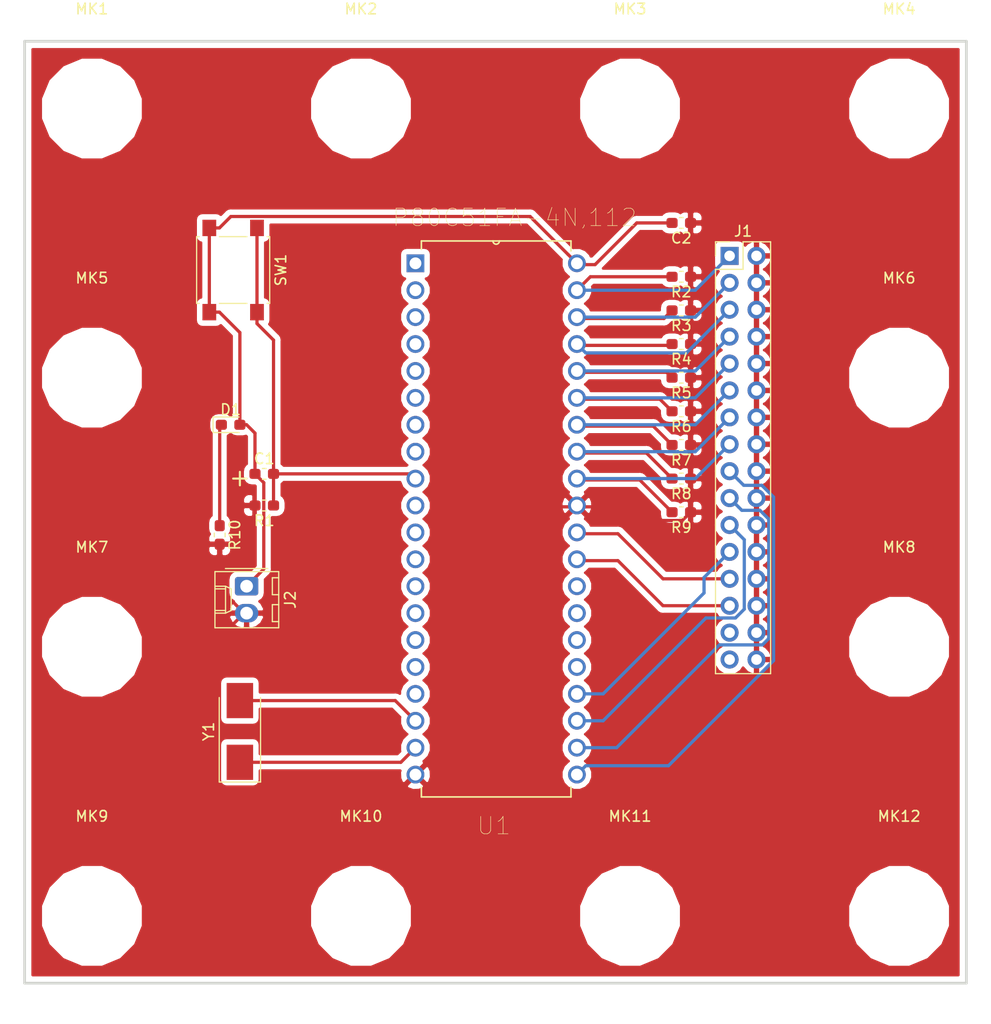
<source format=kicad_pcb>
(kicad_pcb (version 20171130) (host pcbnew 5.0.2+dfsg1-1+build1)

  (general
    (thickness 1.6)
    (drawings 6)
    (tracks 150)
    (zones 0)
    (modules 30)
    (nets 43)
  )

  (page A4)
  (title_block
    (title "80C51 Memory Scanner")
    (date 2019-09-06)
    (rev v1.0)
    (comment 4 "Author: Yusuf Mohsinally")
  )

  (layers
    (0 F.Cu signal)
    (31 B.Cu signal)
    (32 B.Adhes user)
    (33 F.Adhes user)
    (34 B.Paste user)
    (35 F.Paste user)
    (36 B.SilkS user)
    (37 F.SilkS user)
    (38 B.Mask user)
    (39 F.Mask user)
    (40 Dwgs.User user)
    (41 Cmts.User user)
    (42 Eco1.User user)
    (43 Eco2.User user)
    (44 Edge.Cuts user)
    (45 Margin user)
    (46 B.CrtYd user)
    (47 F.CrtYd user)
    (48 B.Fab user)
    (49 F.Fab user)
  )

  (setup
    (last_trace_width 0.3048)
    (trace_clearance 0.1524)
    (zone_clearance 0.508)
    (zone_45_only no)
    (trace_min 0.1524)
    (segment_width 0.2)
    (edge_width 0.00254)
    (via_size 0.6858)
    (via_drill 0.3302)
    (via_min_size 0.508)
    (via_min_drill 0.254)
    (uvia_size 0.6858)
    (uvia_drill 0.3302)
    (uvias_allowed no)
    (uvia_min_size 0)
    (uvia_min_drill 0)
    (pcb_text_width 0.3)
    (pcb_text_size 1.5 1.5)
    (mod_edge_width 0.15)
    (mod_text_size 1 1)
    (mod_text_width 0.15)
    (pad_size 3.175 3.175)
    (pad_drill 3.175)
    (pad_to_mask_clearance 0)
    (solder_mask_min_width 0.25)
    (aux_axis_origin 0 0)
    (visible_elements 7FFFFFFF)
    (pcbplotparams
      (layerselection 0x010f0_80000001)
      (usegerberextensions false)
      (usegerberattributes false)
      (usegerberadvancedattributes false)
      (creategerberjobfile false)
      (excludeedgelayer true)
      (linewidth 0.100000)
      (plotframeref false)
      (viasonmask false)
      (mode 1)
      (useauxorigin false)
      (hpglpennumber 1)
      (hpglpenspeed 20)
      (hpglpendiameter 15.000000)
      (psnegative false)
      (psa4output false)
      (plotreference true)
      (plotvalue true)
      (plotinvisibletext false)
      (padsonsilk false)
      (subtractmaskfromsilk false)
      (outputformat 1)
      (mirror false)
      (drillshape 0)
      (scaleselection 1)
      (outputdirectory "dipext-pin_r4"))
  )

  (net 0 "")
  (net 1 "Net-(J1-Pad29)")
  (net 2 "Net-(J1-Pad31)")
  (net 3 "Net-(U1-Pad1)")
  (net 4 "Net-(U1-Pad2)")
  (net 5 "Net-(U1-Pad3)")
  (net 6 "Net-(U1-Pad4)")
  (net 7 "Net-(U1-Pad5)")
  (net 8 "Net-(U1-Pad6)")
  (net 9 "Net-(U1-Pad7)")
  (net 10 "Net-(U1-Pad8)")
  (net 11 "Net-(C1-Pad2)")
  (net 12 "Net-(U1-Pad10)")
  (net 13 "Net-(U1-Pad11)")
  (net 14 "Net-(U1-Pad12)")
  (net 15 "Net-(U1-Pad13)")
  (net 16 "Net-(U1-Pad14)")
  (net 17 "Net-(U1-Pad15)")
  (net 18 "Net-(U1-Pad16)")
  (net 19 "Net-(U1-Pad17)")
  (net 20 XTAL2)
  (net 21 XTAL1)
  (net 22 Earth)
  (net 23 A8)
  (net 24 A9)
  (net 25 A10)
  (net 26 A11)
  (net 27 "Net-(U1-Pad25)")
  (net 28 "Net-(U1-Pad26)")
  (net 29 "Net-(U1-Pad27)")
  (net 30 "Net-(U1-Pad28)")
  (net 31 PSENn)
  (net 32 ALEn)
  (net 33 A7)
  (net 34 A6)
  (net 35 A5)
  (net 36 A4)
  (net 37 A3)
  (net 38 A2)
  (net 39 A1)
  (net 40 A0)
  (net 41 +5V)
  (net 42 "Net-(D1-Pad1)")

  (net_class Default "To jest domyślna klasa połączeń."
    (clearance 0.1524)
    (trace_width 0.3048)
    (via_dia 0.6858)
    (via_drill 0.3302)
    (uvia_dia 0.6858)
    (uvia_drill 0.3302)
    (add_net +5V)
    (add_net A0)
    (add_net A1)
    (add_net A10)
    (add_net A11)
    (add_net A2)
    (add_net A3)
    (add_net A4)
    (add_net A5)
    (add_net A6)
    (add_net A7)
    (add_net A8)
    (add_net A9)
    (add_net ALEn)
    (add_net Earth)
    (add_net "Net-(C1-Pad2)")
    (add_net "Net-(D1-Pad1)")
    (add_net "Net-(J1-Pad29)")
    (add_net "Net-(J1-Pad31)")
    (add_net "Net-(U1-Pad1)")
    (add_net "Net-(U1-Pad10)")
    (add_net "Net-(U1-Pad11)")
    (add_net "Net-(U1-Pad12)")
    (add_net "Net-(U1-Pad13)")
    (add_net "Net-(U1-Pad14)")
    (add_net "Net-(U1-Pad15)")
    (add_net "Net-(U1-Pad16)")
    (add_net "Net-(U1-Pad17)")
    (add_net "Net-(U1-Pad2)")
    (add_net "Net-(U1-Pad25)")
    (add_net "Net-(U1-Pad26)")
    (add_net "Net-(U1-Pad27)")
    (add_net "Net-(U1-Pad28)")
    (add_net "Net-(U1-Pad3)")
    (add_net "Net-(U1-Pad4)")
    (add_net "Net-(U1-Pad5)")
    (add_net "Net-(U1-Pad6)")
    (add_net "Net-(U1-Pad7)")
    (add_net "Net-(U1-Pad8)")
    (add_net PSENn)
    (add_net XTAL1)
    (add_net XTAL2)
  )

  (module Button_Switch_SMD:SW_SPST_B3S-1000 (layer F.Cu) (tedit 5A02FC95) (tstamp 5D7FDC79)
    (at 45.085 46.99 270)
    (descr "Surface Mount Tactile Switch for High-Density Packaging")
    (tags "Tactile Switch")
    (path /5D7405E0)
    (attr smd)
    (fp_text reference SW1 (at 0 -4.5 270) (layer F.SilkS)
      (effects (font (size 1 1) (thickness 0.15)))
    )
    (fp_text value SW_SPST (at 0 4.5) (layer F.Fab)
      (effects (font (size 1 1) (thickness 0.15)))
    )
    (fp_text user %R (at 0 -4.5 270) (layer F.Fab)
      (effects (font (size 1 1) (thickness 0.15)))
    )
    (fp_line (start -5 3.7) (end 5 3.7) (layer F.CrtYd) (width 0.05))
    (fp_line (start 5 3.7) (end 5 -3.7) (layer F.CrtYd) (width 0.05))
    (fp_line (start 5 -3.7) (end -5 -3.7) (layer F.CrtYd) (width 0.05))
    (fp_line (start -5 -3.7) (end -5 3.7) (layer F.CrtYd) (width 0.05))
    (fp_line (start -3.15 -3.2) (end -3.15 -3.45) (layer F.SilkS) (width 0.12))
    (fp_line (start -3.15 -3.45) (end 3.15 -3.45) (layer F.SilkS) (width 0.12))
    (fp_line (start 3.15 -3.45) (end 3.15 -3.2) (layer F.SilkS) (width 0.12))
    (fp_line (start -3.15 1.3) (end -3.15 -1.3) (layer F.SilkS) (width 0.12))
    (fp_line (start 3.15 3.2) (end 3.15 3.45) (layer F.SilkS) (width 0.12))
    (fp_line (start 3.15 3.45) (end -3.15 3.45) (layer F.SilkS) (width 0.12))
    (fp_line (start -3.15 3.45) (end -3.15 3.2) (layer F.SilkS) (width 0.12))
    (fp_line (start 3.15 -1.3) (end 3.15 1.3) (layer F.SilkS) (width 0.12))
    (fp_circle (center 0 0) (end 1.65 0) (layer F.Fab) (width 0.1))
    (fp_line (start -3 -3.3) (end 3 -3.3) (layer F.Fab) (width 0.1))
    (fp_line (start 3 -3.3) (end 3 3.3) (layer F.Fab) (width 0.1))
    (fp_line (start 3 3.3) (end -3 3.3) (layer F.Fab) (width 0.1))
    (fp_line (start -3 3.3) (end -3 -3.3) (layer F.Fab) (width 0.1))
    (pad 1 smd rect (at -3.975 -2.25 270) (size 1.55 1.3) (layers F.Cu F.Paste F.Mask)
      (net 11 "Net-(C1-Pad2)"))
    (pad 1 smd rect (at 3.975 -2.25 270) (size 1.55 1.3) (layers F.Cu F.Paste F.Mask)
      (net 11 "Net-(C1-Pad2)"))
    (pad 2 smd rect (at -3.975 2.25 270) (size 1.55 1.3) (layers F.Cu F.Paste F.Mask)
      (net 41 +5V))
    (pad 2 smd rect (at 3.975 2.25 270) (size 1.55 1.3) (layers F.Cu F.Paste F.Mask)
      (net 41 +5V))
    (model ${KISYS3DMOD}/Button_Switch_SMD.3dshapes/SW_SPST_B3S-1000.wrl
      (at (xyz 0 0 0))
      (scale (xyz 1 1 1))
      (rotate (xyz 0 0 0))
    )
  )

  (module Connector_Molex:Molex_KK-254_AE-6410-02A_1x02_P2.54mm_Vertical (layer F.Cu) (tedit 5B78013E) (tstamp 5D7F879E)
    (at 46.355 76.835 270)
    (descr "Molex KK-254 Interconnect System, old/engineering part number: AE-6410-02A example for new part number: 22-27-2021, 2 Pins (http://www.molex.com/pdm_docs/sd/022272021_sd.pdf), generated with kicad-footprint-generator")
    (tags "connector Molex KK-254 side entry")
    (path /5D70B128)
    (fp_text reference J2 (at 1.27 -4.12 270) (layer F.SilkS)
      (effects (font (size 1 1) (thickness 0.15)))
    )
    (fp_text value Conn_01x02_Male (at 1.27 4.08 270) (layer F.Fab)
      (effects (font (size 1 1) (thickness 0.15)))
    )
    (fp_line (start -1.27 -2.92) (end -1.27 2.88) (layer F.Fab) (width 0.1))
    (fp_line (start -1.27 2.88) (end 3.81 2.88) (layer F.Fab) (width 0.1))
    (fp_line (start 3.81 2.88) (end 3.81 -2.92) (layer F.Fab) (width 0.1))
    (fp_line (start 3.81 -2.92) (end -1.27 -2.92) (layer F.Fab) (width 0.1))
    (fp_line (start -1.38 -3.03) (end -1.38 2.99) (layer F.SilkS) (width 0.12))
    (fp_line (start -1.38 2.99) (end 3.92 2.99) (layer F.SilkS) (width 0.12))
    (fp_line (start 3.92 2.99) (end 3.92 -3.03) (layer F.SilkS) (width 0.12))
    (fp_line (start 3.92 -3.03) (end -1.38 -3.03) (layer F.SilkS) (width 0.12))
    (fp_line (start -1.67 -2) (end -1.67 2) (layer F.SilkS) (width 0.12))
    (fp_line (start -1.27 -0.5) (end -0.562893 0) (layer F.Fab) (width 0.1))
    (fp_line (start -0.562893 0) (end -1.27 0.5) (layer F.Fab) (width 0.1))
    (fp_line (start 0 2.99) (end 0 1.99) (layer F.SilkS) (width 0.12))
    (fp_line (start 0 1.99) (end 2.54 1.99) (layer F.SilkS) (width 0.12))
    (fp_line (start 2.54 1.99) (end 2.54 2.99) (layer F.SilkS) (width 0.12))
    (fp_line (start 0 1.99) (end 0.25 1.46) (layer F.SilkS) (width 0.12))
    (fp_line (start 0.25 1.46) (end 2.29 1.46) (layer F.SilkS) (width 0.12))
    (fp_line (start 2.29 1.46) (end 2.54 1.99) (layer F.SilkS) (width 0.12))
    (fp_line (start 0.25 2.99) (end 0.25 1.99) (layer F.SilkS) (width 0.12))
    (fp_line (start 2.29 2.99) (end 2.29 1.99) (layer F.SilkS) (width 0.12))
    (fp_line (start -0.8 -3.03) (end -0.8 -2.43) (layer F.SilkS) (width 0.12))
    (fp_line (start -0.8 -2.43) (end 0.8 -2.43) (layer F.SilkS) (width 0.12))
    (fp_line (start 0.8 -2.43) (end 0.8 -3.03) (layer F.SilkS) (width 0.12))
    (fp_line (start 1.74 -3.03) (end 1.74 -2.43) (layer F.SilkS) (width 0.12))
    (fp_line (start 1.74 -2.43) (end 3.34 -2.43) (layer F.SilkS) (width 0.12))
    (fp_line (start 3.34 -2.43) (end 3.34 -3.03) (layer F.SilkS) (width 0.12))
    (fp_line (start -1.77 -3.42) (end -1.77 3.38) (layer F.CrtYd) (width 0.05))
    (fp_line (start -1.77 3.38) (end 4.31 3.38) (layer F.CrtYd) (width 0.05))
    (fp_line (start 4.31 3.38) (end 4.31 -3.42) (layer F.CrtYd) (width 0.05))
    (fp_line (start 4.31 -3.42) (end -1.77 -3.42) (layer F.CrtYd) (width 0.05))
    (fp_text user %R (at 1.27 -2.22 270) (layer F.Fab)
      (effects (font (size 1 1) (thickness 0.15)))
    )
    (pad 1 thru_hole roundrect (at 0 0 270) (size 1.74 2.2) (drill 1.2) (layers *.Cu *.Mask) (roundrect_rratio 0.143678)
      (net 41 +5V))
    (pad 2 thru_hole oval (at 2.54 0 270) (size 1.74 2.2) (drill 1.2) (layers *.Cu *.Mask)
      (net 22 Earth))
    (model ${KISYS3DMOD}/Connector_Molex.3dshapes/Molex_KK-254_AE-6410-02A_1x02_P2.54mm_Vertical.wrl
      (at (xyz 0 0 0))
      (scale (xyz 1 1 1))
      (rotate (xyz 0 0 0))
    )
  )

  (module LED_SMD:LED_0603_1608Metric_Pad1.05x0.95mm_HandSolder (layer F.Cu) (tedit 5B4B45C9) (tstamp 5D7F6C9C)
    (at 44.845 61.595)
    (descr "LED SMD 0603 (1608 Metric), square (rectangular) end terminal, IPC_7351 nominal, (Body size source: http://www.tortai-tech.com/upload/download/2011102023233369053.pdf), generated with kicad-footprint-generator")
    (tags "LED handsolder")
    (path /5D725C4F)
    (attr smd)
    (fp_text reference D1 (at 0 -1.43) (layer F.SilkS)
      (effects (font (size 1 1) (thickness 0.15)))
    )
    (fp_text value LED (at 0 1.43) (layer F.Fab)
      (effects (font (size 1 1) (thickness 0.15)))
    )
    (fp_line (start 0.8 -0.4) (end -0.5 -0.4) (layer F.Fab) (width 0.1))
    (fp_line (start -0.5 -0.4) (end -0.8 -0.1) (layer F.Fab) (width 0.1))
    (fp_line (start -0.8 -0.1) (end -0.8 0.4) (layer F.Fab) (width 0.1))
    (fp_line (start -0.8 0.4) (end 0.8 0.4) (layer F.Fab) (width 0.1))
    (fp_line (start 0.8 0.4) (end 0.8 -0.4) (layer F.Fab) (width 0.1))
    (fp_line (start 0.8 -0.735) (end -1.66 -0.735) (layer F.SilkS) (width 0.12))
    (fp_line (start -1.66 -0.735) (end -1.66 0.735) (layer F.SilkS) (width 0.12))
    (fp_line (start -1.66 0.735) (end 0.8 0.735) (layer F.SilkS) (width 0.12))
    (fp_line (start -1.65 0.73) (end -1.65 -0.73) (layer F.CrtYd) (width 0.05))
    (fp_line (start -1.65 -0.73) (end 1.65 -0.73) (layer F.CrtYd) (width 0.05))
    (fp_line (start 1.65 -0.73) (end 1.65 0.73) (layer F.CrtYd) (width 0.05))
    (fp_line (start 1.65 0.73) (end -1.65 0.73) (layer F.CrtYd) (width 0.05))
    (fp_text user %R (at 0 0) (layer F.Fab)
      (effects (font (size 0.4 0.4) (thickness 0.06)))
    )
    (pad 1 smd roundrect (at -0.875 0) (size 1.05 0.95) (layers F.Cu F.Paste F.Mask) (roundrect_rratio 0.25)
      (net 42 "Net-(D1-Pad1)"))
    (pad 2 smd roundrect (at 0.875 0) (size 1.05 0.95) (layers F.Cu F.Paste F.Mask) (roundrect_rratio 0.25)
      (net 41 +5V))
    (model ${KISYS3DMOD}/LED_SMD.3dshapes/LED_0603_1608Metric.wrl
      (at (xyz 0 0 0))
      (scale (xyz 1 1 1))
      (rotate (xyz 0 0 0))
    )
  )

  (module Capacitor_SMD:C_0603_1608Metric_Pad1.05x0.95mm_HandSolder (layer F.Cu) (tedit 5B301BBE) (tstamp 5D913138)
    (at 48.02 66.2305)
    (descr "Capacitor SMD 0603 (1608 Metric), square (rectangular) end terminal, IPC_7351 nominal with elongated pad for handsoldering. (Body size source: http://www.tortai-tech.com/upload/download/2011102023233369053.pdf), generated with kicad-footprint-generator")
    (tags "capacitor handsolder")
    (path /5D6ABC64)
    (attr smd)
    (fp_text reference C1 (at 0 -1.43) (layer F.SilkS)
      (effects (font (size 1 1) (thickness 0.15)))
    )
    (fp_text value 10uF (at 0 1.43) (layer F.Fab)
      (effects (font (size 1 1) (thickness 0.15)))
    )
    (fp_line (start -0.8 0.4) (end -0.8 -0.4) (layer F.Fab) (width 0.1))
    (fp_line (start -0.8 -0.4) (end 0.8 -0.4) (layer F.Fab) (width 0.1))
    (fp_line (start 0.8 -0.4) (end 0.8 0.4) (layer F.Fab) (width 0.1))
    (fp_line (start 0.8 0.4) (end -0.8 0.4) (layer F.Fab) (width 0.1))
    (fp_line (start -0.171267 -0.51) (end 0.171267 -0.51) (layer F.SilkS) (width 0.12))
    (fp_line (start -0.171267 0.51) (end 0.171267 0.51) (layer F.SilkS) (width 0.12))
    (fp_line (start -1.65 0.73) (end -1.65 -0.73) (layer F.CrtYd) (width 0.05))
    (fp_line (start -1.65 -0.73) (end 1.65 -0.73) (layer F.CrtYd) (width 0.05))
    (fp_line (start 1.65 -0.73) (end 1.65 0.73) (layer F.CrtYd) (width 0.05))
    (fp_line (start 1.65 0.73) (end -1.65 0.73) (layer F.CrtYd) (width 0.05))
    (fp_text user %R (at 0 0) (layer F.Fab)
      (effects (font (size 0.4 0.4) (thickness 0.06)))
    )
    (pad 1 smd roundrect (at -0.875 0) (size 1.05 0.95) (layers F.Cu F.Paste F.Mask) (roundrect_rratio 0.25)
      (net 41 +5V))
    (pad 2 smd roundrect (at 0.875 0) (size 1.05 0.95) (layers F.Cu F.Paste F.Mask) (roundrect_rratio 0.25)
      (net 11 "Net-(C1-Pad2)"))
    (model ${KISYS3DMOD}/Capacitor_SMD.3dshapes/C_0603_1608Metric.wrl
      (at (xyz 0 0 0))
      (scale (xyz 1 1 1))
      (rotate (xyz 0 0 0))
    )
  )

  (module Capacitor_SMD:C_0603_1608Metric_Pad1.05x0.95mm_HandSolder (layer F.Cu) (tedit 5B301BBE) (tstamp 5D913C52)
    (at 87.39 42.545 180)
    (descr "Capacitor SMD 0603 (1608 Metric), square (rectangular) end terminal, IPC_7351 nominal with elongated pad for handsoldering. (Body size source: http://www.tortai-tech.com/upload/download/2011102023233369053.pdf), generated with kicad-footprint-generator")
    (tags "capacitor handsolder")
    (path /5D6AE417)
    (attr smd)
    (fp_text reference C2 (at 0 -1.43 180) (layer F.SilkS)
      (effects (font (size 1 1) (thickness 0.15)))
    )
    (fp_text value .1uF (at 0 1.43 180) (layer F.Fab)
      (effects (font (size 1 1) (thickness 0.15)))
    )
    (fp_line (start -0.8 0.4) (end -0.8 -0.4) (layer F.Fab) (width 0.1))
    (fp_line (start -0.8 -0.4) (end 0.8 -0.4) (layer F.Fab) (width 0.1))
    (fp_line (start 0.8 -0.4) (end 0.8 0.4) (layer F.Fab) (width 0.1))
    (fp_line (start 0.8 0.4) (end -0.8 0.4) (layer F.Fab) (width 0.1))
    (fp_line (start -0.171267 -0.51) (end 0.171267 -0.51) (layer F.SilkS) (width 0.12))
    (fp_line (start -0.171267 0.51) (end 0.171267 0.51) (layer F.SilkS) (width 0.12))
    (fp_line (start -1.65 0.73) (end -1.65 -0.73) (layer F.CrtYd) (width 0.05))
    (fp_line (start -1.65 -0.73) (end 1.65 -0.73) (layer F.CrtYd) (width 0.05))
    (fp_line (start 1.65 -0.73) (end 1.65 0.73) (layer F.CrtYd) (width 0.05))
    (fp_line (start 1.65 0.73) (end -1.65 0.73) (layer F.CrtYd) (width 0.05))
    (fp_text user %R (at 0 0 180) (layer F.Fab)
      (effects (font (size 0.4 0.4) (thickness 0.06)))
    )
    (pad 1 smd roundrect (at -0.875 0 180) (size 1.05 0.95) (layers F.Cu F.Paste F.Mask) (roundrect_rratio 0.25)
      (net 22 Earth))
    (pad 2 smd roundrect (at 0.875 0 180) (size 1.05 0.95) (layers F.Cu F.Paste F.Mask) (roundrect_rratio 0.25)
      (net 41 +5V))
    (model ${KISYS3DMOD}/Capacitor_SMD.3dshapes/C_0603_1608Metric.wrl
      (at (xyz 0 0 0))
      (scale (xyz 1 1 1))
      (rotate (xyz 0 0 0))
    )
  )

  (module Capacitor_SMD:C_0603_1608Metric_Pad1.05x0.95mm_HandSolder (layer F.Cu) (tedit 5B301BBE) (tstamp 5D913116)
    (at 43.815 71.995 270)
    (descr "Capacitor SMD 0603 (1608 Metric), square (rectangular) end terminal, IPC_7351 nominal with elongated pad for handsoldering. (Body size source: http://www.tortai-tech.com/upload/download/2011102023233369053.pdf), generated with kicad-footprint-generator")
    (tags "capacitor handsolder")
    (path /5D7285D1)
    (attr smd)
    (fp_text reference R10 (at 0 -1.43 270) (layer F.SilkS)
      (effects (font (size 1 1) (thickness 0.15)))
    )
    (fp_text value R (at 0 1.43 270) (layer F.Fab)
      (effects (font (size 1 1) (thickness 0.15)))
    )
    (fp_line (start -0.8 0.4) (end -0.8 -0.4) (layer F.Fab) (width 0.1))
    (fp_line (start -0.8 -0.4) (end 0.8 -0.4) (layer F.Fab) (width 0.1))
    (fp_line (start 0.8 -0.4) (end 0.8 0.4) (layer F.Fab) (width 0.1))
    (fp_line (start 0.8 0.4) (end -0.8 0.4) (layer F.Fab) (width 0.1))
    (fp_line (start -0.171267 -0.51) (end 0.171267 -0.51) (layer F.SilkS) (width 0.12))
    (fp_line (start -0.171267 0.51) (end 0.171267 0.51) (layer F.SilkS) (width 0.12))
    (fp_line (start -1.65 0.73) (end -1.65 -0.73) (layer F.CrtYd) (width 0.05))
    (fp_line (start -1.65 -0.73) (end 1.65 -0.73) (layer F.CrtYd) (width 0.05))
    (fp_line (start 1.65 -0.73) (end 1.65 0.73) (layer F.CrtYd) (width 0.05))
    (fp_line (start 1.65 0.73) (end -1.65 0.73) (layer F.CrtYd) (width 0.05))
    (fp_text user %R (at 0 0 270) (layer F.Fab)
      (effects (font (size 0.4 0.4) (thickness 0.06)))
    )
    (pad 1 smd roundrect (at -0.875 0 270) (size 1.05 0.95) (layers F.Cu F.Paste F.Mask) (roundrect_rratio 0.25)
      (net 42 "Net-(D1-Pad1)"))
    (pad 2 smd roundrect (at 0.875 0 270) (size 1.05 0.95) (layers F.Cu F.Paste F.Mask) (roundrect_rratio 0.25)
      (net 22 Earth))
    (model ${KISYS3DMOD}/Capacitor_SMD.3dshapes/C_0603_1608Metric.wrl
      (at (xyz 0 0 0))
      (scale (xyz 1 1 1))
      (rotate (xyz 0 0 0))
    )
  )

  (module Capacitor_SMD:C_0603_1608Metric_Pad1.05x0.95mm_HandSolder (layer F.Cu) (tedit 5B301BBE) (tstamp 5D913105)
    (at 87.39 69.85 180)
    (descr "Capacitor SMD 0603 (1608 Metric), square (rectangular) end terminal, IPC_7351 nominal with elongated pad for handsoldering. (Body size source: http://www.tortai-tech.com/upload/download/2011102023233369053.pdf), generated with kicad-footprint-generator")
    (tags "capacitor handsolder")
    (path /5D7676DC)
    (attr smd)
    (fp_text reference R9 (at 0 -1.43 180) (layer F.SilkS)
      (effects (font (size 1 1) (thickness 0.15)))
    )
    (fp_text value 2.2k (at 0 1.43 180) (layer F.Fab)
      (effects (font (size 1 1) (thickness 0.15)))
    )
    (fp_line (start -0.8 0.4) (end -0.8 -0.4) (layer F.Fab) (width 0.1))
    (fp_line (start -0.8 -0.4) (end 0.8 -0.4) (layer F.Fab) (width 0.1))
    (fp_line (start 0.8 -0.4) (end 0.8 0.4) (layer F.Fab) (width 0.1))
    (fp_line (start 0.8 0.4) (end -0.8 0.4) (layer F.Fab) (width 0.1))
    (fp_line (start -0.171267 -0.51) (end 0.171267 -0.51) (layer F.SilkS) (width 0.12))
    (fp_line (start -0.171267 0.51) (end 0.171267 0.51) (layer F.SilkS) (width 0.12))
    (fp_line (start -1.65 0.73) (end -1.65 -0.73) (layer F.CrtYd) (width 0.05))
    (fp_line (start -1.65 -0.73) (end 1.65 -0.73) (layer F.CrtYd) (width 0.05))
    (fp_line (start 1.65 -0.73) (end 1.65 0.73) (layer F.CrtYd) (width 0.05))
    (fp_line (start 1.65 0.73) (end -1.65 0.73) (layer F.CrtYd) (width 0.05))
    (fp_text user %R (at 0 0 180) (layer F.Fab)
      (effects (font (size 0.4 0.4) (thickness 0.06)))
    )
    (pad 1 smd roundrect (at -0.875 0 180) (size 1.05 0.95) (layers F.Cu F.Paste F.Mask) (roundrect_rratio 0.25)
      (net 22 Earth))
    (pad 2 smd roundrect (at 0.875 0 180) (size 1.05 0.95) (layers F.Cu F.Paste F.Mask) (roundrect_rratio 0.25)
      (net 33 A7))
    (model ${KISYS3DMOD}/Capacitor_SMD.3dshapes/C_0603_1608Metric.wrl
      (at (xyz 0 0 0))
      (scale (xyz 1 1 1))
      (rotate (xyz 0 0 0))
    )
  )

  (module Capacitor_SMD:C_0603_1608Metric_Pad1.05x0.95mm_HandSolder (layer F.Cu) (tedit 5B301BBE) (tstamp 5D9130F4)
    (at 87.39 66.675 180)
    (descr "Capacitor SMD 0603 (1608 Metric), square (rectangular) end terminal, IPC_7351 nominal with elongated pad for handsoldering. (Body size source: http://www.tortai-tech.com/upload/download/2011102023233369053.pdf), generated with kicad-footprint-generator")
    (tags "capacitor handsolder")
    (path /5D767690)
    (attr smd)
    (fp_text reference R8 (at 0 -1.43 180) (layer F.SilkS)
      (effects (font (size 1 1) (thickness 0.15)))
    )
    (fp_text value 2.2k (at 0 1.43 180) (layer F.Fab)
      (effects (font (size 1 1) (thickness 0.15)))
    )
    (fp_text user %R (at 0 0 180) (layer F.Fab)
      (effects (font (size 0.4 0.4) (thickness 0.06)))
    )
    (fp_line (start 1.65 0.73) (end -1.65 0.73) (layer F.CrtYd) (width 0.05))
    (fp_line (start 1.65 -0.73) (end 1.65 0.73) (layer F.CrtYd) (width 0.05))
    (fp_line (start -1.65 -0.73) (end 1.65 -0.73) (layer F.CrtYd) (width 0.05))
    (fp_line (start -1.65 0.73) (end -1.65 -0.73) (layer F.CrtYd) (width 0.05))
    (fp_line (start -0.171267 0.51) (end 0.171267 0.51) (layer F.SilkS) (width 0.12))
    (fp_line (start -0.171267 -0.51) (end 0.171267 -0.51) (layer F.SilkS) (width 0.12))
    (fp_line (start 0.8 0.4) (end -0.8 0.4) (layer F.Fab) (width 0.1))
    (fp_line (start 0.8 -0.4) (end 0.8 0.4) (layer F.Fab) (width 0.1))
    (fp_line (start -0.8 -0.4) (end 0.8 -0.4) (layer F.Fab) (width 0.1))
    (fp_line (start -0.8 0.4) (end -0.8 -0.4) (layer F.Fab) (width 0.1))
    (pad 2 smd roundrect (at 0.875 0 180) (size 1.05 0.95) (layers F.Cu F.Paste F.Mask) (roundrect_rratio 0.25)
      (net 34 A6))
    (pad 1 smd roundrect (at -0.875 0 180) (size 1.05 0.95) (layers F.Cu F.Paste F.Mask) (roundrect_rratio 0.25)
      (net 22 Earth))
    (model ${KISYS3DMOD}/Capacitor_SMD.3dshapes/C_0603_1608Metric.wrl
      (at (xyz 0 0 0))
      (scale (xyz 1 1 1))
      (rotate (xyz 0 0 0))
    )
  )

  (module Capacitor_SMD:C_0603_1608Metric_Pad1.05x0.95mm_HandSolder (layer F.Cu) (tedit 5B301BBE) (tstamp 5D9130E3)
    (at 87.39 63.5 180)
    (descr "Capacitor SMD 0603 (1608 Metric), square (rectangular) end terminal, IPC_7351 nominal with elongated pad for handsoldering. (Body size source: http://www.tortai-tech.com/upload/download/2011102023233369053.pdf), generated with kicad-footprint-generator")
    (tags "capacitor handsolder")
    (path /5D767642)
    (attr smd)
    (fp_text reference R7 (at 0 -1.43 180) (layer F.SilkS)
      (effects (font (size 1 1) (thickness 0.15)))
    )
    (fp_text value 2.2k (at 0 1.43 180) (layer F.Fab)
      (effects (font (size 1 1) (thickness 0.15)))
    )
    (fp_line (start -0.8 0.4) (end -0.8 -0.4) (layer F.Fab) (width 0.1))
    (fp_line (start -0.8 -0.4) (end 0.8 -0.4) (layer F.Fab) (width 0.1))
    (fp_line (start 0.8 -0.4) (end 0.8 0.4) (layer F.Fab) (width 0.1))
    (fp_line (start 0.8 0.4) (end -0.8 0.4) (layer F.Fab) (width 0.1))
    (fp_line (start -0.171267 -0.51) (end 0.171267 -0.51) (layer F.SilkS) (width 0.12))
    (fp_line (start -0.171267 0.51) (end 0.171267 0.51) (layer F.SilkS) (width 0.12))
    (fp_line (start -1.65 0.73) (end -1.65 -0.73) (layer F.CrtYd) (width 0.05))
    (fp_line (start -1.65 -0.73) (end 1.65 -0.73) (layer F.CrtYd) (width 0.05))
    (fp_line (start 1.65 -0.73) (end 1.65 0.73) (layer F.CrtYd) (width 0.05))
    (fp_line (start 1.65 0.73) (end -1.65 0.73) (layer F.CrtYd) (width 0.05))
    (fp_text user %R (at 0 0 180) (layer F.Fab)
      (effects (font (size 0.4 0.4) (thickness 0.06)))
    )
    (pad 1 smd roundrect (at -0.875 0 180) (size 1.05 0.95) (layers F.Cu F.Paste F.Mask) (roundrect_rratio 0.25)
      (net 22 Earth))
    (pad 2 smd roundrect (at 0.875 0 180) (size 1.05 0.95) (layers F.Cu F.Paste F.Mask) (roundrect_rratio 0.25)
      (net 35 A5))
    (model ${KISYS3DMOD}/Capacitor_SMD.3dshapes/C_0603_1608Metric.wrl
      (at (xyz 0 0 0))
      (scale (xyz 1 1 1))
      (rotate (xyz 0 0 0))
    )
  )

  (module Capacitor_SMD:C_0603_1608Metric_Pad1.05x0.95mm_HandSolder (layer F.Cu) (tedit 5B301BBE) (tstamp 5D9130D2)
    (at 87.39 60.325 180)
    (descr "Capacitor SMD 0603 (1608 Metric), square (rectangular) end terminal, IPC_7351 nominal with elongated pad for handsoldering. (Body size source: http://www.tortai-tech.com/upload/download/2011102023233369053.pdf), generated with kicad-footprint-generator")
    (tags "capacitor handsolder")
    (path /5D765D19)
    (attr smd)
    (fp_text reference R6 (at 0 -1.43 180) (layer F.SilkS)
      (effects (font (size 1 1) (thickness 0.15)))
    )
    (fp_text value 2.2k (at 0 1.43 180) (layer F.Fab)
      (effects (font (size 1 1) (thickness 0.15)))
    )
    (fp_text user %R (at 0 0 180) (layer F.Fab)
      (effects (font (size 0.4 0.4) (thickness 0.06)))
    )
    (fp_line (start 1.65 0.73) (end -1.65 0.73) (layer F.CrtYd) (width 0.05))
    (fp_line (start 1.65 -0.73) (end 1.65 0.73) (layer F.CrtYd) (width 0.05))
    (fp_line (start -1.65 -0.73) (end 1.65 -0.73) (layer F.CrtYd) (width 0.05))
    (fp_line (start -1.65 0.73) (end -1.65 -0.73) (layer F.CrtYd) (width 0.05))
    (fp_line (start -0.171267 0.51) (end 0.171267 0.51) (layer F.SilkS) (width 0.12))
    (fp_line (start -0.171267 -0.51) (end 0.171267 -0.51) (layer F.SilkS) (width 0.12))
    (fp_line (start 0.8 0.4) (end -0.8 0.4) (layer F.Fab) (width 0.1))
    (fp_line (start 0.8 -0.4) (end 0.8 0.4) (layer F.Fab) (width 0.1))
    (fp_line (start -0.8 -0.4) (end 0.8 -0.4) (layer F.Fab) (width 0.1))
    (fp_line (start -0.8 0.4) (end -0.8 -0.4) (layer F.Fab) (width 0.1))
    (pad 2 smd roundrect (at 0.875 0 180) (size 1.05 0.95) (layers F.Cu F.Paste F.Mask) (roundrect_rratio 0.25)
      (net 36 A4))
    (pad 1 smd roundrect (at -0.875 0 180) (size 1.05 0.95) (layers F.Cu F.Paste F.Mask) (roundrect_rratio 0.25)
      (net 22 Earth))
    (model ${KISYS3DMOD}/Capacitor_SMD.3dshapes/C_0603_1608Metric.wrl
      (at (xyz 0 0 0))
      (scale (xyz 1 1 1))
      (rotate (xyz 0 0 0))
    )
  )

  (module Capacitor_SMD:C_0603_1608Metric_Pad1.05x0.95mm_HandSolder (layer F.Cu) (tedit 5B301BBE) (tstamp 5D913DF8)
    (at 87.39 57.15 180)
    (descr "Capacitor SMD 0603 (1608 Metric), square (rectangular) end terminal, IPC_7351 nominal with elongated pad for handsoldering. (Body size source: http://www.tortai-tech.com/upload/download/2011102023233369053.pdf), generated with kicad-footprint-generator")
    (tags "capacitor handsolder")
    (path /5D765CCB)
    (attr smd)
    (fp_text reference R5 (at 0 -1.43 180) (layer F.SilkS)
      (effects (font (size 1 1) (thickness 0.15)))
    )
    (fp_text value 2.2k (at 0 1.43 180) (layer F.Fab)
      (effects (font (size 1 1) (thickness 0.15)))
    )
    (fp_line (start -0.8 0.4) (end -0.8 -0.4) (layer F.Fab) (width 0.1))
    (fp_line (start -0.8 -0.4) (end 0.8 -0.4) (layer F.Fab) (width 0.1))
    (fp_line (start 0.8 -0.4) (end 0.8 0.4) (layer F.Fab) (width 0.1))
    (fp_line (start 0.8 0.4) (end -0.8 0.4) (layer F.Fab) (width 0.1))
    (fp_line (start -0.171267 -0.51) (end 0.171267 -0.51) (layer F.SilkS) (width 0.12))
    (fp_line (start -0.171267 0.51) (end 0.171267 0.51) (layer F.SilkS) (width 0.12))
    (fp_line (start -1.65 0.73) (end -1.65 -0.73) (layer F.CrtYd) (width 0.05))
    (fp_line (start -1.65 -0.73) (end 1.65 -0.73) (layer F.CrtYd) (width 0.05))
    (fp_line (start 1.65 -0.73) (end 1.65 0.73) (layer F.CrtYd) (width 0.05))
    (fp_line (start 1.65 0.73) (end -1.65 0.73) (layer F.CrtYd) (width 0.05))
    (fp_text user %R (at 0 0 180) (layer F.Fab)
      (effects (font (size 0.4 0.4) (thickness 0.06)))
    )
    (pad 1 smd roundrect (at -0.875 0 180) (size 1.05 0.95) (layers F.Cu F.Paste F.Mask) (roundrect_rratio 0.25)
      (net 22 Earth))
    (pad 2 smd roundrect (at 0.875 0 180) (size 1.05 0.95) (layers F.Cu F.Paste F.Mask) (roundrect_rratio 0.25)
      (net 37 A3))
    (model ${KISYS3DMOD}/Capacitor_SMD.3dshapes/C_0603_1608Metric.wrl
      (at (xyz 0 0 0))
      (scale (xyz 1 1 1))
      (rotate (xyz 0 0 0))
    )
  )

  (module Capacitor_SMD:C_0603_1608Metric_Pad1.05x0.95mm_HandSolder (layer F.Cu) (tedit 5B301BBE) (tstamp 5D9130B0)
    (at 87.39 53.975 180)
    (descr "Capacitor SMD 0603 (1608 Metric), square (rectangular) end terminal, IPC_7351 nominal with elongated pad for handsoldering. (Body size source: http://www.tortai-tech.com/upload/download/2011102023233369053.pdf), generated with kicad-footprint-generator")
    (tags "capacitor handsolder")
    (path /5D765C07)
    (attr smd)
    (fp_text reference R4 (at 0 -1.43 180) (layer F.SilkS)
      (effects (font (size 1 1) (thickness 0.15)))
    )
    (fp_text value 2.2k (at 0 1.43 180) (layer F.Fab)
      (effects (font (size 1 1) (thickness 0.15)))
    )
    (fp_text user %R (at 0 0 180) (layer F.Fab)
      (effects (font (size 0.4 0.4) (thickness 0.06)))
    )
    (fp_line (start 1.65 0.73) (end -1.65 0.73) (layer F.CrtYd) (width 0.05))
    (fp_line (start 1.65 -0.73) (end 1.65 0.73) (layer F.CrtYd) (width 0.05))
    (fp_line (start -1.65 -0.73) (end 1.65 -0.73) (layer F.CrtYd) (width 0.05))
    (fp_line (start -1.65 0.73) (end -1.65 -0.73) (layer F.CrtYd) (width 0.05))
    (fp_line (start -0.171267 0.51) (end 0.171267 0.51) (layer F.SilkS) (width 0.12))
    (fp_line (start -0.171267 -0.51) (end 0.171267 -0.51) (layer F.SilkS) (width 0.12))
    (fp_line (start 0.8 0.4) (end -0.8 0.4) (layer F.Fab) (width 0.1))
    (fp_line (start 0.8 -0.4) (end 0.8 0.4) (layer F.Fab) (width 0.1))
    (fp_line (start -0.8 -0.4) (end 0.8 -0.4) (layer F.Fab) (width 0.1))
    (fp_line (start -0.8 0.4) (end -0.8 -0.4) (layer F.Fab) (width 0.1))
    (pad 2 smd roundrect (at 0.875 0 180) (size 1.05 0.95) (layers F.Cu F.Paste F.Mask) (roundrect_rratio 0.25)
      (net 38 A2))
    (pad 1 smd roundrect (at -0.875 0 180) (size 1.05 0.95) (layers F.Cu F.Paste F.Mask) (roundrect_rratio 0.25)
      (net 22 Earth))
    (model ${KISYS3DMOD}/Capacitor_SMD.3dshapes/C_0603_1608Metric.wrl
      (at (xyz 0 0 0))
      (scale (xyz 1 1 1))
      (rotate (xyz 0 0 0))
    )
  )

  (module Capacitor_SMD:C_0603_1608Metric_Pad1.05x0.95mm_HandSolder (layer F.Cu) (tedit 5B301BBE) (tstamp 5D91309F)
    (at 87.39 50.8 180)
    (descr "Capacitor SMD 0603 (1608 Metric), square (rectangular) end terminal, IPC_7351 nominal with elongated pad for handsoldering. (Body size source: http://www.tortai-tech.com/upload/download/2011102023233369053.pdf), generated with kicad-footprint-generator")
    (tags "capacitor handsolder")
    (path /5D765B49)
    (attr smd)
    (fp_text reference R3 (at 0 -1.43 180) (layer F.SilkS)
      (effects (font (size 1 1) (thickness 0.15)))
    )
    (fp_text value 2.2k (at 0 1.43 180) (layer F.Fab)
      (effects (font (size 1 1) (thickness 0.15)))
    )
    (fp_line (start -0.8 0.4) (end -0.8 -0.4) (layer F.Fab) (width 0.1))
    (fp_line (start -0.8 -0.4) (end 0.8 -0.4) (layer F.Fab) (width 0.1))
    (fp_line (start 0.8 -0.4) (end 0.8 0.4) (layer F.Fab) (width 0.1))
    (fp_line (start 0.8 0.4) (end -0.8 0.4) (layer F.Fab) (width 0.1))
    (fp_line (start -0.171267 -0.51) (end 0.171267 -0.51) (layer F.SilkS) (width 0.12))
    (fp_line (start -0.171267 0.51) (end 0.171267 0.51) (layer F.SilkS) (width 0.12))
    (fp_line (start -1.65 0.73) (end -1.65 -0.73) (layer F.CrtYd) (width 0.05))
    (fp_line (start -1.65 -0.73) (end 1.65 -0.73) (layer F.CrtYd) (width 0.05))
    (fp_line (start 1.65 -0.73) (end 1.65 0.73) (layer F.CrtYd) (width 0.05))
    (fp_line (start 1.65 0.73) (end -1.65 0.73) (layer F.CrtYd) (width 0.05))
    (fp_text user %R (at 0 0 180) (layer F.Fab)
      (effects (font (size 0.4 0.4) (thickness 0.06)))
    )
    (pad 1 smd roundrect (at -0.875 0 180) (size 1.05 0.95) (layers F.Cu F.Paste F.Mask) (roundrect_rratio 0.25)
      (net 22 Earth))
    (pad 2 smd roundrect (at 0.875 0 180) (size 1.05 0.95) (layers F.Cu F.Paste F.Mask) (roundrect_rratio 0.25)
      (net 39 A1))
    (model ${KISYS3DMOD}/Capacitor_SMD.3dshapes/C_0603_1608Metric.wrl
      (at (xyz 0 0 0))
      (scale (xyz 1 1 1))
      (rotate (xyz 0 0 0))
    )
  )

  (module Capacitor_SMD:C_0603_1608Metric_Pad1.05x0.95mm_HandSolder (layer F.Cu) (tedit 5B301BBE) (tstamp 5D91308E)
    (at 87.39 47.625 180)
    (descr "Capacitor SMD 0603 (1608 Metric), square (rectangular) end terminal, IPC_7351 nominal with elongated pad for handsoldering. (Body size source: http://www.tortai-tech.com/upload/download/2011102023233369053.pdf), generated with kicad-footprint-generator")
    (tags "capacitor handsolder")
    (path /5D765C75)
    (attr smd)
    (fp_text reference R2 (at 0 -1.43 180) (layer F.SilkS)
      (effects (font (size 1 1) (thickness 0.15)))
    )
    (fp_text value 2.2k (at 0 1.43 180) (layer F.Fab)
      (effects (font (size 1 1) (thickness 0.15)))
    )
    (fp_text user %R (at 0 0 180) (layer F.Fab)
      (effects (font (size 0.4 0.4) (thickness 0.06)))
    )
    (fp_line (start 1.65 0.73) (end -1.65 0.73) (layer F.CrtYd) (width 0.05))
    (fp_line (start 1.65 -0.73) (end 1.65 0.73) (layer F.CrtYd) (width 0.05))
    (fp_line (start -1.65 -0.73) (end 1.65 -0.73) (layer F.CrtYd) (width 0.05))
    (fp_line (start -1.65 0.73) (end -1.65 -0.73) (layer F.CrtYd) (width 0.05))
    (fp_line (start -0.171267 0.51) (end 0.171267 0.51) (layer F.SilkS) (width 0.12))
    (fp_line (start -0.171267 -0.51) (end 0.171267 -0.51) (layer F.SilkS) (width 0.12))
    (fp_line (start 0.8 0.4) (end -0.8 0.4) (layer F.Fab) (width 0.1))
    (fp_line (start 0.8 -0.4) (end 0.8 0.4) (layer F.Fab) (width 0.1))
    (fp_line (start -0.8 -0.4) (end 0.8 -0.4) (layer F.Fab) (width 0.1))
    (fp_line (start -0.8 0.4) (end -0.8 -0.4) (layer F.Fab) (width 0.1))
    (pad 2 smd roundrect (at 0.875 0 180) (size 1.05 0.95) (layers F.Cu F.Paste F.Mask) (roundrect_rratio 0.25)
      (net 40 A0))
    (pad 1 smd roundrect (at -0.875 0 180) (size 1.05 0.95) (layers F.Cu F.Paste F.Mask) (roundrect_rratio 0.25)
      (net 22 Earth))
    (model ${KISYS3DMOD}/Capacitor_SMD.3dshapes/C_0603_1608Metric.wrl
      (at (xyz 0 0 0))
      (scale (xyz 1 1 1))
      (rotate (xyz 0 0 0))
    )
  )

  (module Capacitor_SMD:C_0603_1608Metric_Pad1.05x0.95mm_HandSolder (layer F.Cu) (tedit 5B301BBE) (tstamp 5D91307D)
    (at 48.02 69.215 180)
    (descr "Capacitor SMD 0603 (1608 Metric), square (rectangular) end terminal, IPC_7351 nominal with elongated pad for handsoldering. (Body size source: http://www.tortai-tech.com/upload/download/2011102023233369053.pdf), generated with kicad-footprint-generator")
    (tags "capacitor handsolder")
    (path /5D6ACAAC)
    (attr smd)
    (fp_text reference R1 (at 0 -1.43 180) (layer F.SilkS)
      (effects (font (size 1 1) (thickness 0.15)))
    )
    (fp_text value 8.2k (at 0 1.43 180) (layer F.Fab)
      (effects (font (size 1 1) (thickness 0.15)))
    )
    (fp_line (start -0.8 0.4) (end -0.8 -0.4) (layer F.Fab) (width 0.1))
    (fp_line (start -0.8 -0.4) (end 0.8 -0.4) (layer F.Fab) (width 0.1))
    (fp_line (start 0.8 -0.4) (end 0.8 0.4) (layer F.Fab) (width 0.1))
    (fp_line (start 0.8 0.4) (end -0.8 0.4) (layer F.Fab) (width 0.1))
    (fp_line (start -0.171267 -0.51) (end 0.171267 -0.51) (layer F.SilkS) (width 0.12))
    (fp_line (start -0.171267 0.51) (end 0.171267 0.51) (layer F.SilkS) (width 0.12))
    (fp_line (start -1.65 0.73) (end -1.65 -0.73) (layer F.CrtYd) (width 0.05))
    (fp_line (start -1.65 -0.73) (end 1.65 -0.73) (layer F.CrtYd) (width 0.05))
    (fp_line (start 1.65 -0.73) (end 1.65 0.73) (layer F.CrtYd) (width 0.05))
    (fp_line (start 1.65 0.73) (end -1.65 0.73) (layer F.CrtYd) (width 0.05))
    (fp_text user %R (at 0 0 180) (layer F.Fab)
      (effects (font (size 0.4 0.4) (thickness 0.06)))
    )
    (pad 1 smd roundrect (at -0.875 0 180) (size 1.05 0.95) (layers F.Cu F.Paste F.Mask) (roundrect_rratio 0.25)
      (net 11 "Net-(C1-Pad2)"))
    (pad 2 smd roundrect (at 0.875 0 180) (size 1.05 0.95) (layers F.Cu F.Paste F.Mask) (roundrect_rratio 0.25)
      (net 22 Earth))
    (model ${KISYS3DMOD}/Capacitor_SMD.3dshapes/C_0603_1608Metric.wrl
      (at (xyz 0 0 0))
      (scale (xyz 1 1 1))
      (rotate (xyz 0 0 0))
    )
  )

  (module Connector_PinHeader_2.54mm:PinHeader_2x16_P2.54mm_Vertical (layer F.Cu) (tedit 59FED5CC) (tstamp 5D913056)
    (at 91.948 45.6565)
    (descr "Through hole straight pin header, 2x16, 2.54mm pitch, double rows")
    (tags "Through hole pin header THT 2x16 2.54mm double row")
    (path /5D6B2B27)
    (fp_text reference J1 (at 1.27 -2.33) (layer F.SilkS)
      (effects (font (size 1 1) (thickness 0.15)))
    )
    (fp_text value Conn_02x16_Male (at 1.27 40.43) (layer F.Fab)
      (effects (font (size 1 1) (thickness 0.15)))
    )
    (fp_line (start 0 -1.27) (end 3.81 -1.27) (layer F.Fab) (width 0.1))
    (fp_line (start 3.81 -1.27) (end 3.81 39.37) (layer F.Fab) (width 0.1))
    (fp_line (start 3.81 39.37) (end -1.27 39.37) (layer F.Fab) (width 0.1))
    (fp_line (start -1.27 39.37) (end -1.27 0) (layer F.Fab) (width 0.1))
    (fp_line (start -1.27 0) (end 0 -1.27) (layer F.Fab) (width 0.1))
    (fp_line (start -1.33 39.43) (end 3.87 39.43) (layer F.SilkS) (width 0.12))
    (fp_line (start -1.33 1.27) (end -1.33 39.43) (layer F.SilkS) (width 0.12))
    (fp_line (start 3.87 -1.33) (end 3.87 39.43) (layer F.SilkS) (width 0.12))
    (fp_line (start -1.33 1.27) (end 1.27 1.27) (layer F.SilkS) (width 0.12))
    (fp_line (start 1.27 1.27) (end 1.27 -1.33) (layer F.SilkS) (width 0.12))
    (fp_line (start 1.27 -1.33) (end 3.87 -1.33) (layer F.SilkS) (width 0.12))
    (fp_line (start -1.33 0) (end -1.33 -1.33) (layer F.SilkS) (width 0.12))
    (fp_line (start -1.33 -1.33) (end 0 -1.33) (layer F.SilkS) (width 0.12))
    (fp_line (start -1.8 -1.8) (end -1.8 39.9) (layer F.CrtYd) (width 0.05))
    (fp_line (start -1.8 39.9) (end 4.35 39.9) (layer F.CrtYd) (width 0.05))
    (fp_line (start 4.35 39.9) (end 4.35 -1.8) (layer F.CrtYd) (width 0.05))
    (fp_line (start 4.35 -1.8) (end -1.8 -1.8) (layer F.CrtYd) (width 0.05))
    (fp_text user %R (at 1.27 19.05 90) (layer F.Fab)
      (effects (font (size 1 1) (thickness 0.15)))
    )
    (pad 1 thru_hole rect (at 0 0) (size 1.7 1.7) (drill 1) (layers *.Cu *.Mask)
      (net 40 A0))
    (pad 2 thru_hole oval (at 2.54 0) (size 1.7 1.7) (drill 1) (layers *.Cu *.Mask)
      (net 22 Earth))
    (pad 3 thru_hole oval (at 0 2.54) (size 1.7 1.7) (drill 1) (layers *.Cu *.Mask)
      (net 39 A1))
    (pad 4 thru_hole oval (at 2.54 2.54) (size 1.7 1.7) (drill 1) (layers *.Cu *.Mask)
      (net 22 Earth))
    (pad 5 thru_hole oval (at 0 5.08) (size 1.7 1.7) (drill 1) (layers *.Cu *.Mask)
      (net 38 A2))
    (pad 6 thru_hole oval (at 2.54 5.08) (size 1.7 1.7) (drill 1) (layers *.Cu *.Mask)
      (net 22 Earth))
    (pad 7 thru_hole oval (at 0 7.62) (size 1.7 1.7) (drill 1) (layers *.Cu *.Mask)
      (net 37 A3))
    (pad 8 thru_hole oval (at 2.54 7.62) (size 1.7 1.7) (drill 1) (layers *.Cu *.Mask)
      (net 22 Earth))
    (pad 9 thru_hole oval (at 0 10.16) (size 1.7 1.7) (drill 1) (layers *.Cu *.Mask)
      (net 36 A4))
    (pad 10 thru_hole oval (at 2.54 10.16) (size 1.7 1.7) (drill 1) (layers *.Cu *.Mask)
      (net 22 Earth))
    (pad 11 thru_hole oval (at 0 12.7) (size 1.7 1.7) (drill 1) (layers *.Cu *.Mask)
      (net 35 A5))
    (pad 12 thru_hole oval (at 2.54 12.7) (size 1.7 1.7) (drill 1) (layers *.Cu *.Mask)
      (net 22 Earth))
    (pad 13 thru_hole oval (at 0 15.24) (size 1.7 1.7) (drill 1) (layers *.Cu *.Mask)
      (net 34 A6))
    (pad 14 thru_hole oval (at 2.54 15.24) (size 1.7 1.7) (drill 1) (layers *.Cu *.Mask)
      (net 22 Earth))
    (pad 15 thru_hole oval (at 0 17.78) (size 1.7 1.7) (drill 1) (layers *.Cu *.Mask)
      (net 33 A7))
    (pad 16 thru_hole oval (at 2.54 17.78) (size 1.7 1.7) (drill 1) (layers *.Cu *.Mask)
      (net 22 Earth))
    (pad 17 thru_hole oval (at 0 20.32) (size 1.7 1.7) (drill 1) (layers *.Cu *.Mask)
      (net 23 A8))
    (pad 18 thru_hole oval (at 2.54 20.32) (size 1.7 1.7) (drill 1) (layers *.Cu *.Mask)
      (net 22 Earth))
    (pad 19 thru_hole oval (at 0 22.86) (size 1.7 1.7) (drill 1) (layers *.Cu *.Mask)
      (net 24 A9))
    (pad 20 thru_hole oval (at 2.54 22.86) (size 1.7 1.7) (drill 1) (layers *.Cu *.Mask)
      (net 22 Earth))
    (pad 21 thru_hole oval (at 0 25.4) (size 1.7 1.7) (drill 1) (layers *.Cu *.Mask)
      (net 25 A10))
    (pad 22 thru_hole oval (at 2.54 25.4) (size 1.7 1.7) (drill 1) (layers *.Cu *.Mask)
      (net 22 Earth))
    (pad 23 thru_hole oval (at 0 27.94) (size 1.7 1.7) (drill 1) (layers *.Cu *.Mask)
      (net 26 A11))
    (pad 24 thru_hole oval (at 2.54 27.94) (size 1.7 1.7) (drill 1) (layers *.Cu *.Mask)
      (net 22 Earth))
    (pad 25 thru_hole oval (at 0 30.48) (size 1.7 1.7) (drill 1) (layers *.Cu *.Mask)
      (net 32 ALEn))
    (pad 26 thru_hole oval (at 2.54 30.48) (size 1.7 1.7) (drill 1) (layers *.Cu *.Mask)
      (net 22 Earth))
    (pad 27 thru_hole oval (at 0 33.02) (size 1.7 1.7) (drill 1) (layers *.Cu *.Mask)
      (net 31 PSENn))
    (pad 28 thru_hole oval (at 2.54 33.02) (size 1.7 1.7) (drill 1) (layers *.Cu *.Mask)
      (net 22 Earth))
    (pad 29 thru_hole oval (at 0 35.56) (size 1.7 1.7) (drill 1) (layers *.Cu *.Mask)
      (net 1 "Net-(J1-Pad29)"))
    (pad 30 thru_hole oval (at 2.54 35.56) (size 1.7 1.7) (drill 1) (layers *.Cu *.Mask)
      (net 22 Earth))
    (pad 31 thru_hole oval (at 0 38.1) (size 1.7 1.7) (drill 1) (layers *.Cu *.Mask)
      (net 2 "Net-(J1-Pad31)"))
    (pad 32 thru_hole oval (at 2.54 38.1) (size 1.7 1.7) (drill 1) (layers *.Cu *.Mask)
      (net 22 Earth))
    (model ${KISYS3DMOD}/Connector_PinHeader_2.54mm.3dshapes/PinHeader_2x16_P2.54mm_Vertical.wrl
      (at (xyz 0 0 0))
      (scale (xyz 1 1 1))
      (rotate (xyz 0 0 0))
    )
  )

  (module Crystal:Crystal_SMD_0603-2Pin_6.0x3.5mm_HandSoldering (layer F.Cu) (tedit 5A0FD1B2) (tstamp 5D913020)
    (at 45.72 90.5425 90)
    (descr "SMD Crystal SERIES SMD0603/2 http://www.petermann-technik.de/fileadmin/petermann/pdf/SMD0603-2.pdf, hand-soldering, 6.0x3.5mm^2 package")
    (tags "SMD SMT crystal hand-soldering")
    (path /5D6AB8BC)
    (attr smd)
    (fp_text reference Y1 (at 0 -2.95 90) (layer F.SilkS)
      (effects (font (size 1 1) (thickness 0.15)))
    )
    (fp_text value 4-12Mhz (at 0 2.95 90) (layer F.Fab)
      (effects (font (size 1 1) (thickness 0.15)))
    )
    (fp_text user %R (at 0 0 90) (layer F.Fab)
      (effects (font (size 1 1) (thickness 0.15)))
    )
    (fp_line (start -2.9 -1.75) (end 2.9 -1.75) (layer F.Fab) (width 0.1))
    (fp_line (start 2.9 -1.75) (end 3 -1.65) (layer F.Fab) (width 0.1))
    (fp_line (start 3 -1.65) (end 3 1.65) (layer F.Fab) (width 0.1))
    (fp_line (start 3 1.65) (end 2.9 1.75) (layer F.Fab) (width 0.1))
    (fp_line (start 2.9 1.75) (end -2.9 1.75) (layer F.Fab) (width 0.1))
    (fp_line (start -2.9 1.75) (end -3 1.65) (layer F.Fab) (width 0.1))
    (fp_line (start -3 1.65) (end -3 -1.65) (layer F.Fab) (width 0.1))
    (fp_line (start -3 -1.65) (end -2.9 -1.75) (layer F.Fab) (width 0.1))
    (fp_line (start -3 0.75) (end -2 1.75) (layer F.Fab) (width 0.1))
    (fp_line (start 3.2 -1.95) (end -4.775 -1.95) (layer F.SilkS) (width 0.12))
    (fp_line (start -4.775 -1.95) (end -4.775 1.95) (layer F.SilkS) (width 0.12))
    (fp_line (start -4.775 1.95) (end 3.2 1.95) (layer F.SilkS) (width 0.12))
    (fp_line (start -4.9 -2) (end -4.9 2) (layer F.CrtYd) (width 0.05))
    (fp_line (start -4.9 2) (end 4.9 2) (layer F.CrtYd) (width 0.05))
    (fp_line (start 4.9 2) (end 4.9 -2) (layer F.CrtYd) (width 0.05))
    (fp_line (start 4.9 -2) (end -4.9 -2) (layer F.CrtYd) (width 0.05))
    (fp_circle (center 0 0) (end 0.4 0) (layer F.Adhes) (width 0.1))
    (fp_circle (center 0 0) (end 0.333333 0) (layer F.Adhes) (width 0.133333))
    (fp_circle (center 0 0) (end 0.213333 0) (layer F.Adhes) (width 0.133333))
    (fp_circle (center 0 0) (end 0.093333 0) (layer F.Adhes) (width 0.186667))
    (pad 1 smd rect (at -2.9125 0 90) (size 3.325 2.5) (layers F.Cu F.Paste F.Mask)
      (net 21 XTAL1))
    (pad 2 smd rect (at 2.9125 0 90) (size 3.325 2.5) (layers F.Cu F.Paste F.Mask)
      (net 20 XTAL2))
    (model ${KISYS3DMOD}/Crystal.3dshapes/Crystal_SMD_0603-2Pin_6.0x3.5mm_HandSoldering.wrl
      (at (xyz 0 0 0))
      (scale (xyz 1 1 1))
      (rotate (xyz 0 0 0))
    )
  )

  (module MountingHole:MountingHole_8.4mm_M8 (layer F.Cu) (tedit 56D1B4CB) (tstamp 5D912FEC)
    (at 57.15 107.95)
    (descr "Mounting Hole 8.4mm, no annular, M8")
    (tags "mounting hole 8.4mm no annular m8")
    (path /5D744B8D)
    (attr virtual)
    (fp_text reference MK10 (at 0 -9.4) (layer F.SilkS)
      (effects (font (size 1 1) (thickness 0.15)))
    )
    (fp_text value MountingHole (at 0 9.4) (layer F.Fab)
      (effects (font (size 1 1) (thickness 0.15)))
    )
    (fp_circle (center 0 0) (end 8.65 0) (layer F.CrtYd) (width 0.05))
    (fp_circle (center 0 0) (end 8.4 0) (layer Cmts.User) (width 0.15))
    (fp_text user %R (at 0.3 0) (layer F.Fab)
      (effects (font (size 1 1) (thickness 0.15)))
    )
    (pad 1 np_thru_hole circle (at 0 0) (size 8.4 8.4) (drill 8.4) (layers *.Cu *.Mask))
  )

  (module MountingHole:MountingHole_8.4mm_M8 (layer F.Cu) (tedit 56D1B4CB) (tstamp 5D912FE5)
    (at 31.75 107.95)
    (descr "Mounting Hole 8.4mm, no annular, M8")
    (tags "mounting hole 8.4mm no annular m8")
    (path /5D744A55)
    (attr virtual)
    (fp_text reference MK9 (at 0 -9.4) (layer F.SilkS)
      (effects (font (size 1 1) (thickness 0.15)))
    )
    (fp_text value MountingHole (at 0 9.4) (layer F.Fab)
      (effects (font (size 1 1) (thickness 0.15)))
    )
    (fp_text user %R (at 0.3 0) (layer F.Fab)
      (effects (font (size 1 1) (thickness 0.15)))
    )
    (fp_circle (center 0 0) (end 8.4 0) (layer Cmts.User) (width 0.15))
    (fp_circle (center 0 0) (end 8.65 0) (layer F.CrtYd) (width 0.05))
    (pad 1 np_thru_hole circle (at 0 0) (size 8.4 8.4) (drill 8.4) (layers *.Cu *.Mask))
  )

  (module MountingHole:MountingHole_8.4mm_M8 (layer F.Cu) (tedit 56D1B4CB) (tstamp 5D912FDE)
    (at 107.95 82.55)
    (descr "Mounting Hole 8.4mm, no annular, M8")
    (tags "mounting hole 8.4mm no annular m8")
    (path /5D74DE07)
    (attr virtual)
    (fp_text reference MK8 (at 0 -9.4) (layer F.SilkS)
      (effects (font (size 1 1) (thickness 0.15)))
    )
    (fp_text value MountingHole (at 0 9.4) (layer F.Fab)
      (effects (font (size 1 1) (thickness 0.15)))
    )
    (fp_circle (center 0 0) (end 8.65 0) (layer F.CrtYd) (width 0.05))
    (fp_circle (center 0 0) (end 8.4 0) (layer Cmts.User) (width 0.15))
    (fp_text user %R (at 0.3 0) (layer F.Fab)
      (effects (font (size 1 1) (thickness 0.15)))
    )
    (pad 1 np_thru_hole circle (at 0 0) (size 8.4 8.4) (drill 8.4) (layers *.Cu *.Mask))
  )

  (module MountingHole:MountingHole_8.4mm_M8 (layer F.Cu) (tedit 56D1B4CB) (tstamp 5D912FD7)
    (at 31.75 82.55)
    (descr "Mounting Hole 8.4mm, no annular, M8")
    (tags "mounting hole 8.4mm no annular m8")
    (path /5D744C4D)
    (attr virtual)
    (fp_text reference MK7 (at 0 -9.4) (layer F.SilkS)
      (effects (font (size 1 1) (thickness 0.15)))
    )
    (fp_text value MountingHole (at 0 9.4) (layer F.Fab)
      (effects (font (size 1 1) (thickness 0.15)))
    )
    (fp_text user %R (at 0.3 0) (layer F.Fab)
      (effects (font (size 1 1) (thickness 0.15)))
    )
    (fp_circle (center 0 0) (end 8.4 0) (layer Cmts.User) (width 0.15))
    (fp_circle (center 0 0) (end 8.65 0) (layer F.CrtYd) (width 0.05))
    (pad 1 np_thru_hole circle (at 0 0) (size 8.4 8.4) (drill 8.4) (layers *.Cu *.Mask))
  )

  (module MountingHole:MountingHole_8.4mm_M8 (layer F.Cu) (tedit 56D1B4CB) (tstamp 5D912FD0)
    (at 107.95 57.15)
    (descr "Mounting Hole 8.4mm, no annular, M8")
    (tags "mounting hole 8.4mm no annular m8")
    (path /5D744B2D)
    (attr virtual)
    (fp_text reference MK6 (at 0 -9.4) (layer F.SilkS)
      (effects (font (size 1 1) (thickness 0.15)))
    )
    (fp_text value MountingHole (at 0 9.4) (layer F.Fab)
      (effects (font (size 1 1) (thickness 0.15)))
    )
    (fp_circle (center 0 0) (end 8.65 0) (layer F.CrtYd) (width 0.05))
    (fp_circle (center 0 0) (end 8.4 0) (layer Cmts.User) (width 0.15))
    (fp_text user %R (at 0.3 0) (layer F.Fab)
      (effects (font (size 1 1) (thickness 0.15)))
    )
    (pad 1 np_thru_hole circle (at 0 0) (size 8.4 8.4) (drill 8.4) (layers *.Cu *.Mask))
  )

  (module MountingHole:MountingHole_8.4mm_M8 (layer F.Cu) (tedit 56D1B4CB) (tstamp 5D912FC9)
    (at 31.75 57.15)
    (descr "Mounting Hole 8.4mm, no annular, M8")
    (tags "mounting hole 8.4mm no annular m8")
    (path /5D7449F9)
    (attr virtual)
    (fp_text reference MK5 (at 0 -9.4) (layer F.SilkS)
      (effects (font (size 1 1) (thickness 0.15)))
    )
    (fp_text value MountingHole (at 0 9.4) (layer F.Fab)
      (effects (font (size 1 1) (thickness 0.15)))
    )
    (fp_text user %R (at 0.3 0) (layer F.Fab)
      (effects (font (size 1 1) (thickness 0.15)))
    )
    (fp_circle (center 0 0) (end 8.4 0) (layer Cmts.User) (width 0.15))
    (fp_circle (center 0 0) (end 8.65 0) (layer F.CrtYd) (width 0.05))
    (pad 1 np_thru_hole circle (at 0 0) (size 8.4 8.4) (drill 8.4) (layers *.Cu *.Mask))
  )

  (module MountingHole:MountingHole_8.4mm_M8 (layer F.Cu) (tedit 56D1B4CB) (tstamp 5D912FC2)
    (at 107.95 31.75)
    (descr "Mounting Hole 8.4mm, no annular, M8")
    (tags "mounting hole 8.4mm no annular m8")
    (path /5D74DDA9)
    (attr virtual)
    (fp_text reference MK4 (at 0 -9.4) (layer F.SilkS)
      (effects (font (size 1 1) (thickness 0.15)))
    )
    (fp_text value MountingHole (at 0 9.4) (layer F.Fab)
      (effects (font (size 1 1) (thickness 0.15)))
    )
    (fp_circle (center 0 0) (end 8.65 0) (layer F.CrtYd) (width 0.05))
    (fp_circle (center 0 0) (end 8.4 0) (layer Cmts.User) (width 0.15))
    (fp_text user %R (at 0.3 0) (layer F.Fab)
      (effects (font (size 1 1) (thickness 0.15)))
    )
    (pad 1 np_thru_hole circle (at 0 0) (size 8.4 8.4) (drill 8.4) (layers *.Cu *.Mask))
  )

  (module MountingHole:MountingHole_8.4mm_M8 (layer F.Cu) (tedit 56D1B4CB) (tstamp 5D912FBB)
    (at 82.55 31.75)
    (descr "Mounting Hole 8.4mm, no annular, M8")
    (tags "mounting hole 8.4mm no annular m8")
    (path /5D744BF7)
    (attr virtual)
    (fp_text reference MK3 (at 0 -9.4) (layer F.SilkS)
      (effects (font (size 1 1) (thickness 0.15)))
    )
    (fp_text value MountingHole (at 0 9.4) (layer F.Fab)
      (effects (font (size 1 1) (thickness 0.15)))
    )
    (fp_text user %R (at 0.3 0) (layer F.Fab)
      (effects (font (size 1 1) (thickness 0.15)))
    )
    (fp_circle (center 0 0) (end 8.4 0) (layer Cmts.User) (width 0.15))
    (fp_circle (center 0 0) (end 8.65 0) (layer F.CrtYd) (width 0.05))
    (pad 1 np_thru_hole circle (at 0 0) (size 8.4 8.4) (drill 8.4) (layers *.Cu *.Mask))
  )

  (module MountingHole:MountingHole_8.4mm_M8 (layer F.Cu) (tedit 56D1B4CB) (tstamp 5D912FB4)
    (at 57.15 31.75)
    (descr "Mounting Hole 8.4mm, no annular, M8")
    (tags "mounting hole 8.4mm no annular m8")
    (path /5D744AAF)
    (attr virtual)
    (fp_text reference MK2 (at 0 -9.4) (layer F.SilkS)
      (effects (font (size 1 1) (thickness 0.15)))
    )
    (fp_text value MountingHole (at 0 9.4) (layer F.Fab)
      (effects (font (size 1 1) (thickness 0.15)))
    )
    (fp_circle (center 0 0) (end 8.65 0) (layer F.CrtYd) (width 0.05))
    (fp_circle (center 0 0) (end 8.4 0) (layer Cmts.User) (width 0.15))
    (fp_text user %R (at 0.3 0) (layer F.Fab)
      (effects (font (size 1 1) (thickness 0.15)))
    )
    (pad 1 np_thru_hole circle (at 0 0) (size 8.4 8.4) (drill 8.4) (layers *.Cu *.Mask))
  )

  (module MountingHole:MountingHole_8.4mm_M8 (layer F.Cu) (tedit 56D1B4CB) (tstamp 5D912FAD)
    (at 31.75 31.75)
    (descr "Mounting Hole 8.4mm, no annular, M8")
    (tags "mounting hole 8.4mm no annular m8")
    (path /5D744743)
    (attr virtual)
    (fp_text reference MK1 (at 0 -9.4) (layer F.SilkS)
      (effects (font (size 1 1) (thickness 0.15)))
    )
    (fp_text value MountingHole (at 0 9.4) (layer F.Fab)
      (effects (font (size 1 1) (thickness 0.15)))
    )
    (fp_text user %R (at 0.3 0) (layer F.Fab)
      (effects (font (size 1 1) (thickness 0.15)))
    )
    (fp_circle (center 0 0) (end 8.4 0) (layer Cmts.User) (width 0.15))
    (fp_circle (center 0 0) (end 8.65 0) (layer F.CrtYd) (width 0.05))
    (pad 1 np_thru_hole circle (at 0 0) (size 8.4 8.4) (drill 8.4) (layers *.Cu *.Mask))
  )

  (module MountingHole:MountingHole_8.4mm_M8 (layer F.Cu) (tedit 56D1B4CB) (tstamp 5D912FA6)
    (at 82.55 107.95)
    (descr "Mounting Hole 8.4mm, no annular, M8")
    (tags "mounting hole 8.4mm no annular m8")
    (path /5D744CB1)
    (attr virtual)
    (fp_text reference MK11 (at 0 -9.4) (layer F.SilkS)
      (effects (font (size 1 1) (thickness 0.15)))
    )
    (fp_text value MountingHole (at 0 9.4) (layer F.Fab)
      (effects (font (size 1 1) (thickness 0.15)))
    )
    (fp_circle (center 0 0) (end 8.65 0) (layer F.CrtYd) (width 0.05))
    (fp_circle (center 0 0) (end 8.4 0) (layer Cmts.User) (width 0.15))
    (fp_text user %R (at 0.3 0) (layer F.Fab)
      (effects (font (size 1 1) (thickness 0.15)))
    )
    (pad 1 np_thru_hole circle (at 0 0) (size 8.4 8.4) (drill 8.4) (layers *.Cu *.Mask))
  )

  (module MountingHole:MountingHole_8.4mm_M8 (layer F.Cu) (tedit 56D1B4CB) (tstamp 5D912F9F)
    (at 107.95 107.95)
    (descr "Mounting Hole 8.4mm, no annular, M8")
    (tags "mounting hole 8.4mm no annular m8")
    (path /5D74DEA3)
    (attr virtual)
    (fp_text reference MK12 (at 0 -9.4) (layer F.SilkS)
      (effects (font (size 1 1) (thickness 0.15)))
    )
    (fp_text value MountingHole (at 0 9.4) (layer F.Fab)
      (effects (font (size 1 1) (thickness 0.15)))
    )
    (fp_text user %R (at 0.3 0) (layer F.Fab)
      (effects (font (size 1 1) (thickness 0.15)))
    )
    (fp_circle (center 0 0) (end 8.4 0) (layer Cmts.User) (width 0.15))
    (fp_circle (center 0 0) (end 8.65 0) (layer F.CrtYd) (width 0.05))
    (pad 1 np_thru_hole circle (at 0 0) (size 8.4 8.4) (drill 8.4) (layers *.Cu *.Mask))
  )

  (module P80C51FA-4N_112:DIP254P1524X470-40 (layer F.Cu) (tedit 0) (tstamp 5D7F9F00)
    (at 77.5335 94.615)
    (path /5D70DC40)
    (fp_text reference U1 (at -7.8298 4.83005) (layer F.SilkS)
      (effects (font (size 1.64138 1.64138) (thickness 0.05)))
    )
    (fp_text value P80C51FA-4N,112 (at -5.87868 -52.5774) (layer F.SilkS)
      (effects (font (size 1.64316 1.64316) (thickness 0.05)))
    )
    (fp_line (start -0.5588 -49.4284) (end -0.5588 -50.3682) (layer F.SilkS) (width 0.1524))
    (fp_line (start -14.6812 2.1082) (end -0.5588 2.1082) (layer F.SilkS) (width 0.1524))
    (fp_line (start -0.5588 2.1082) (end -0.5588 1.1684) (layer F.SilkS) (width 0.1524))
    (fp_line (start -0.5588 -50.3682) (end -7.3152 -50.3682) (layer F.SilkS) (width 0.1524))
    (fp_line (start -7.3152 -50.3682) (end -7.9248 -50.3682) (layer F.SilkS) (width 0.1524))
    (fp_line (start -7.9248 -50.3682) (end -14.6812 -50.3682) (layer F.SilkS) (width 0.1524))
    (fp_line (start -14.6812 -50.3682) (end -14.6812 -49.5808) (layer F.SilkS) (width 0.1524))
    (fp_line (start -14.6812 1.1684) (end -14.6812 2.1082) (layer F.SilkS) (width 0.1524))
    (fp_arc (start -7.62 -50.3682) (end -7.9248 -50.3682) (angle -180) (layer F.SilkS) (width 0.1524))
    (fp_line (start -14.6812 -47.7012) (end -14.6812 -48.8188) (layer Eco2.User) (width 0.1))
    (fp_line (start -14.6812 -48.8188) (end -15.7988 -48.8188) (layer Eco2.User) (width 0.1))
    (fp_line (start -15.7988 -48.8188) (end -15.7988 -47.7012) (layer Eco2.User) (width 0.1))
    (fp_line (start -15.7988 -47.7012) (end -14.6812 -47.7012) (layer Eco2.User) (width 0.1))
    (fp_line (start -14.6812 -45.1612) (end -14.6812 -46.2788) (layer Eco2.User) (width 0.1))
    (fp_line (start -14.6812 -46.2788) (end -15.7988 -46.2788) (layer Eco2.User) (width 0.1))
    (fp_line (start -15.7988 -46.2788) (end -15.7988 -45.1612) (layer Eco2.User) (width 0.1))
    (fp_line (start -15.7988 -45.1612) (end -14.6812 -45.1612) (layer Eco2.User) (width 0.1))
    (fp_line (start -14.6812 -42.6212) (end -14.6812 -43.7388) (layer Eco2.User) (width 0.1))
    (fp_line (start -14.6812 -43.7388) (end -15.7988 -43.7388) (layer Eco2.User) (width 0.1))
    (fp_line (start -15.7988 -43.7388) (end -15.7988 -42.6212) (layer Eco2.User) (width 0.1))
    (fp_line (start -15.7988 -42.6212) (end -14.6812 -42.6212) (layer Eco2.User) (width 0.1))
    (fp_line (start -14.6812 -40.0812) (end -14.6812 -41.1988) (layer Eco2.User) (width 0.1))
    (fp_line (start -14.6812 -41.1988) (end -15.7988 -41.1988) (layer Eco2.User) (width 0.1))
    (fp_line (start -15.7988 -41.1988) (end -15.7988 -40.0812) (layer Eco2.User) (width 0.1))
    (fp_line (start -15.7988 -40.0812) (end -14.6812 -40.0812) (layer Eco2.User) (width 0.1))
    (fp_line (start -14.6812 -37.5412) (end -14.6812 -38.6588) (layer Eco2.User) (width 0.1))
    (fp_line (start -14.6812 -38.6588) (end -15.7988 -38.6588) (layer Eco2.User) (width 0.1))
    (fp_line (start -15.7988 -38.6588) (end -15.7988 -37.5412) (layer Eco2.User) (width 0.1))
    (fp_line (start -15.7988 -37.5412) (end -14.6812 -37.5412) (layer Eco2.User) (width 0.1))
    (fp_line (start -14.6812 -35.0012) (end -14.6812 -36.1188) (layer Eco2.User) (width 0.1))
    (fp_line (start -14.6812 -36.1188) (end -15.7988 -36.1188) (layer Eco2.User) (width 0.1))
    (fp_line (start -15.7988 -36.1188) (end -15.7988 -35.0012) (layer Eco2.User) (width 0.1))
    (fp_line (start -15.7988 -35.0012) (end -14.6812 -35.0012) (layer Eco2.User) (width 0.1))
    (fp_line (start -14.6812 -32.4612) (end -14.6812 -33.5788) (layer Eco2.User) (width 0.1))
    (fp_line (start -14.6812 -33.5788) (end -15.7988 -33.5788) (layer Eco2.User) (width 0.1))
    (fp_line (start -15.7988 -33.5788) (end -15.7988 -32.4612) (layer Eco2.User) (width 0.1))
    (fp_line (start -15.7988 -32.4612) (end -14.6812 -32.4612) (layer Eco2.User) (width 0.1))
    (fp_line (start -14.6812 -29.9212) (end -14.6812 -31.0388) (layer Eco2.User) (width 0.1))
    (fp_line (start -14.6812 -31.0388) (end -15.7988 -31.0388) (layer Eco2.User) (width 0.1))
    (fp_line (start -15.7988 -31.0388) (end -15.7988 -29.9212) (layer Eco2.User) (width 0.1))
    (fp_line (start -15.7988 -29.9212) (end -14.6812 -29.9212) (layer Eco2.User) (width 0.1))
    (fp_line (start -14.6812 -27.3812) (end -14.6812 -28.4988) (layer Eco2.User) (width 0.1))
    (fp_line (start -14.6812 -28.4988) (end -15.7988 -28.4988) (layer Eco2.User) (width 0.1))
    (fp_line (start -15.7988 -28.4988) (end -15.7988 -27.3812) (layer Eco2.User) (width 0.1))
    (fp_line (start -15.7988 -27.3812) (end -14.6812 -27.3812) (layer Eco2.User) (width 0.1))
    (fp_line (start -14.6812 -24.8412) (end -14.6812 -25.9588) (layer Eco2.User) (width 0.1))
    (fp_line (start -14.6812 -25.9588) (end -15.7988 -25.9588) (layer Eco2.User) (width 0.1))
    (fp_line (start -15.7988 -25.9588) (end -15.7988 -24.8412) (layer Eco2.User) (width 0.1))
    (fp_line (start -15.7988 -24.8412) (end -14.6812 -24.8412) (layer Eco2.User) (width 0.1))
    (fp_line (start -14.6812 -22.3012) (end -14.6812 -23.4188) (layer Eco2.User) (width 0.1))
    (fp_line (start -14.6812 -23.4188) (end -15.7988 -23.4188) (layer Eco2.User) (width 0.1))
    (fp_line (start -15.7988 -23.4188) (end -15.7988 -22.3012) (layer Eco2.User) (width 0.1))
    (fp_line (start -15.7988 -22.3012) (end -14.6812 -22.3012) (layer Eco2.User) (width 0.1))
    (fp_line (start -14.6812 -19.7612) (end -14.6812 -20.8788) (layer Eco2.User) (width 0.1))
    (fp_line (start -14.6812 -20.8788) (end -15.7988 -20.8788) (layer Eco2.User) (width 0.1))
    (fp_line (start -15.7988 -20.8788) (end -15.7988 -19.7612) (layer Eco2.User) (width 0.1))
    (fp_line (start -15.7988 -19.7612) (end -14.6812 -19.7612) (layer Eco2.User) (width 0.1))
    (fp_line (start -14.6812 -17.2212) (end -14.6812 -18.3388) (layer Eco2.User) (width 0.1))
    (fp_line (start -14.6812 -18.3388) (end -15.7988 -18.3388) (layer Eco2.User) (width 0.1))
    (fp_line (start -15.7988 -18.3388) (end -15.7988 -17.2212) (layer Eco2.User) (width 0.1))
    (fp_line (start -15.7988 -17.2212) (end -14.6812 -17.2212) (layer Eco2.User) (width 0.1))
    (fp_line (start -14.6812 -14.6812) (end -14.6812 -15.7988) (layer Eco2.User) (width 0.1))
    (fp_line (start -14.6812 -15.7988) (end -15.7988 -15.7988) (layer Eco2.User) (width 0.1))
    (fp_line (start -15.7988 -15.7988) (end -15.7988 -14.6812) (layer Eco2.User) (width 0.1))
    (fp_line (start -15.7988 -14.6812) (end -14.6812 -14.6812) (layer Eco2.User) (width 0.1))
    (fp_line (start -14.6812 -12.1412) (end -14.6812 -13.2588) (layer Eco2.User) (width 0.1))
    (fp_line (start -14.6812 -13.2588) (end -15.7988 -13.2588) (layer Eco2.User) (width 0.1))
    (fp_line (start -15.7988 -13.2588) (end -15.7988 -12.1412) (layer Eco2.User) (width 0.1))
    (fp_line (start -15.7988 -12.1412) (end -14.6812 -12.1412) (layer Eco2.User) (width 0.1))
    (fp_line (start -14.6812 -9.6012) (end -14.6812 -10.7188) (layer Eco2.User) (width 0.1))
    (fp_line (start -14.6812 -10.7188) (end -15.7988 -10.7188) (layer Eco2.User) (width 0.1))
    (fp_line (start -15.7988 -10.7188) (end -15.7988 -9.6012) (layer Eco2.User) (width 0.1))
    (fp_line (start -15.7988 -9.6012) (end -14.6812 -9.6012) (layer Eco2.User) (width 0.1))
    (fp_line (start -14.6812 -7.0612) (end -14.6812 -8.1788) (layer Eco2.User) (width 0.1))
    (fp_line (start -14.6812 -8.1788) (end -15.7988 -8.1788) (layer Eco2.User) (width 0.1))
    (fp_line (start -15.7988 -8.1788) (end -15.7988 -7.0612) (layer Eco2.User) (width 0.1))
    (fp_line (start -15.7988 -7.0612) (end -14.6812 -7.0612) (layer Eco2.User) (width 0.1))
    (fp_line (start -14.6812 -4.5212) (end -14.6812 -5.6388) (layer Eco2.User) (width 0.1))
    (fp_line (start -14.6812 -5.6388) (end -15.7988 -5.6388) (layer Eco2.User) (width 0.1))
    (fp_line (start -15.7988 -5.6388) (end -15.7988 -4.5212) (layer Eco2.User) (width 0.1))
    (fp_line (start -15.7988 -4.5212) (end -14.6812 -4.5212) (layer Eco2.User) (width 0.1))
    (fp_line (start -14.6812 -1.9812) (end -14.6812 -3.0988) (layer Eco2.User) (width 0.1))
    (fp_line (start -14.6812 -3.0988) (end -15.7988 -3.0988) (layer Eco2.User) (width 0.1))
    (fp_line (start -15.7988 -3.0988) (end -15.7988 -1.9812) (layer Eco2.User) (width 0.1))
    (fp_line (start -15.7988 -1.9812) (end -14.6812 -1.9812) (layer Eco2.User) (width 0.1))
    (fp_line (start -14.6812 0.5588) (end -14.6812 -0.5588) (layer Eco2.User) (width 0.1))
    (fp_line (start -14.6812 -0.5588) (end -15.7988 -0.5588) (layer Eco2.User) (width 0.1))
    (fp_line (start -15.7988 -0.5588) (end -15.7988 0.5588) (layer Eco2.User) (width 0.1))
    (fp_line (start -15.7988 0.5588) (end -14.6812 0.5588) (layer Eco2.User) (width 0.1))
    (fp_line (start -0.5588 -0.5588) (end -0.5588 0.5588) (layer Eco2.User) (width 0.1))
    (fp_line (start -0.5588 0.5588) (end 0.5588 0.5588) (layer Eco2.User) (width 0.1))
    (fp_line (start 0.5588 0.5588) (end 0.5588 -0.5588) (layer Eco2.User) (width 0.1))
    (fp_line (start 0.5588 -0.5588) (end -0.5588 -0.5588) (layer Eco2.User) (width 0.1))
    (fp_line (start -0.5588 -3.0988) (end -0.5588 -1.9812) (layer Eco2.User) (width 0.1))
    (fp_line (start -0.5588 -1.9812) (end 0.5588 -1.9812) (layer Eco2.User) (width 0.1))
    (fp_line (start 0.5588 -1.9812) (end 0.5588 -3.0988) (layer Eco2.User) (width 0.1))
    (fp_line (start 0.5588 -3.0988) (end -0.5588 -3.0988) (layer Eco2.User) (width 0.1))
    (fp_line (start -0.5588 -5.6388) (end -0.5588 -4.5212) (layer Eco2.User) (width 0.1))
    (fp_line (start -0.5588 -4.5212) (end 0.5588 -4.5212) (layer Eco2.User) (width 0.1))
    (fp_line (start 0.5588 -4.5212) (end 0.5588 -5.6388) (layer Eco2.User) (width 0.1))
    (fp_line (start 0.5588 -5.6388) (end -0.5588 -5.6388) (layer Eco2.User) (width 0.1))
    (fp_line (start -0.5588 -8.1788) (end -0.5588 -7.0612) (layer Eco2.User) (width 0.1))
    (fp_line (start -0.5588 -7.0612) (end 0.5588 -7.0612) (layer Eco2.User) (width 0.1))
    (fp_line (start 0.5588 -7.0612) (end 0.5588 -8.1788) (layer Eco2.User) (width 0.1))
    (fp_line (start 0.5588 -8.1788) (end -0.5588 -8.1788) (layer Eco2.User) (width 0.1))
    (fp_line (start -0.5588 -10.7188) (end -0.5588 -9.6012) (layer Eco2.User) (width 0.1))
    (fp_line (start -0.5588 -9.6012) (end 0.5588 -9.6012) (layer Eco2.User) (width 0.1))
    (fp_line (start 0.5588 -9.6012) (end 0.5588 -10.7188) (layer Eco2.User) (width 0.1))
    (fp_line (start 0.5588 -10.7188) (end -0.5588 -10.7188) (layer Eco2.User) (width 0.1))
    (fp_line (start -0.5588 -13.2588) (end -0.5588 -12.1412) (layer Eco2.User) (width 0.1))
    (fp_line (start -0.5588 -12.1412) (end 0.5588 -12.1412) (layer Eco2.User) (width 0.1))
    (fp_line (start 0.5588 -12.1412) (end 0.5588 -13.2588) (layer Eco2.User) (width 0.1))
    (fp_line (start 0.5588 -13.2588) (end -0.5588 -13.2588) (layer Eco2.User) (width 0.1))
    (fp_line (start -0.5588 -15.7988) (end -0.5588 -14.6812) (layer Eco2.User) (width 0.1))
    (fp_line (start -0.5588 -14.6812) (end 0.5588 -14.6812) (layer Eco2.User) (width 0.1))
    (fp_line (start 0.5588 -14.6812) (end 0.5588 -15.7988) (layer Eco2.User) (width 0.1))
    (fp_line (start 0.5588 -15.7988) (end -0.5588 -15.7988) (layer Eco2.User) (width 0.1))
    (fp_line (start -0.5588 -18.3388) (end -0.5588 -17.2212) (layer Eco2.User) (width 0.1))
    (fp_line (start -0.5588 -17.2212) (end 0.5588 -17.2212) (layer Eco2.User) (width 0.1))
    (fp_line (start 0.5588 -17.2212) (end 0.5588 -18.3388) (layer Eco2.User) (width 0.1))
    (fp_line (start 0.5588 -18.3388) (end -0.5588 -18.3388) (layer Eco2.User) (width 0.1))
    (fp_line (start -0.5588 -20.8788) (end -0.5588 -19.7612) (layer Eco2.User) (width 0.1))
    (fp_line (start -0.5588 -19.7612) (end 0.5588 -19.7612) (layer Eco2.User) (width 0.1))
    (fp_line (start 0.5588 -19.7612) (end 0.5588 -20.8788) (layer Eco2.User) (width 0.1))
    (fp_line (start 0.5588 -20.8788) (end -0.5588 -20.8788) (layer Eco2.User) (width 0.1))
    (fp_line (start -0.5588 -23.4188) (end -0.5588 -22.3012) (layer Eco2.User) (width 0.1))
    (fp_line (start -0.5588 -22.3012) (end 0.5588 -22.3012) (layer Eco2.User) (width 0.1))
    (fp_line (start 0.5588 -22.3012) (end 0.5588 -23.4188) (layer Eco2.User) (width 0.1))
    (fp_line (start 0.5588 -23.4188) (end -0.5588 -23.4188) (layer Eco2.User) (width 0.1))
    (fp_line (start -0.5588 -25.9588) (end -0.5588 -24.8412) (layer Eco2.User) (width 0.1))
    (fp_line (start -0.5588 -24.8412) (end 0.5588 -24.8412) (layer Eco2.User) (width 0.1))
    (fp_line (start 0.5588 -24.8412) (end 0.5588 -25.9588) (layer Eco2.User) (width 0.1))
    (fp_line (start 0.5588 -25.9588) (end -0.5588 -25.9588) (layer Eco2.User) (width 0.1))
    (fp_line (start -0.5588 -28.4988) (end -0.5588 -27.3812) (layer Eco2.User) (width 0.1))
    (fp_line (start -0.5588 -27.3812) (end 0.5588 -27.3812) (layer Eco2.User) (width 0.1))
    (fp_line (start 0.5588 -27.3812) (end 0.5588 -28.4988) (layer Eco2.User) (width 0.1))
    (fp_line (start 0.5588 -28.4988) (end -0.5588 -28.4988) (layer Eco2.User) (width 0.1))
    (fp_line (start -0.5588 -31.0388) (end -0.5588 -29.9212) (layer Eco2.User) (width 0.1))
    (fp_line (start -0.5588 -29.9212) (end 0.5588 -29.9212) (layer Eco2.User) (width 0.1))
    (fp_line (start 0.5588 -29.9212) (end 0.5588 -31.0388) (layer Eco2.User) (width 0.1))
    (fp_line (start 0.5588 -31.0388) (end -0.5588 -31.0388) (layer Eco2.User) (width 0.1))
    (fp_line (start -0.5588 -33.5788) (end -0.5588 -32.4612) (layer Eco2.User) (width 0.1))
    (fp_line (start -0.5588 -32.4612) (end 0.5588 -32.4612) (layer Eco2.User) (width 0.1))
    (fp_line (start 0.5588 -32.4612) (end 0.5588 -33.5788) (layer Eco2.User) (width 0.1))
    (fp_line (start 0.5588 -33.5788) (end -0.5588 -33.5788) (layer Eco2.User) (width 0.1))
    (fp_line (start -0.5588 -36.1188) (end -0.5588 -35.0012) (layer Eco2.User) (width 0.1))
    (fp_line (start -0.5588 -35.0012) (end 0.5588 -35.0012) (layer Eco2.User) (width 0.1))
    (fp_line (start 0.5588 -35.0012) (end 0.5588 -36.1188) (layer Eco2.User) (width 0.1))
    (fp_line (start 0.5588 -36.1188) (end -0.5588 -36.1188) (layer Eco2.User) (width 0.1))
    (fp_line (start -0.5588 -38.6588) (end -0.5588 -37.5412) (layer Eco2.User) (width 0.1))
    (fp_line (start -0.5588 -37.5412) (end 0.5588 -37.5412) (layer Eco2.User) (width 0.1))
    (fp_line (start 0.5588 -37.5412) (end 0.5588 -38.6588) (layer Eco2.User) (width 0.1))
    (fp_line (start 0.5588 -38.6588) (end -0.5588 -38.6588) (layer Eco2.User) (width 0.1))
    (fp_line (start -0.5588 -41.1988) (end -0.5588 -40.0812) (layer Eco2.User) (width 0.1))
    (fp_line (start -0.5588 -40.0812) (end 0.5588 -40.0812) (layer Eco2.User) (width 0.1))
    (fp_line (start 0.5588 -40.0812) (end 0.5588 -41.1988) (layer Eco2.User) (width 0.1))
    (fp_line (start 0.5588 -41.1988) (end -0.5588 -41.1988) (layer Eco2.User) (width 0.1))
    (fp_line (start -0.5588 -43.7388) (end -0.5588 -42.6212) (layer Eco2.User) (width 0.1))
    (fp_line (start -0.5588 -42.6212) (end 0.5588 -42.6212) (layer Eco2.User) (width 0.1))
    (fp_line (start 0.5588 -42.6212) (end 0.5588 -43.7388) (layer Eco2.User) (width 0.1))
    (fp_line (start 0.5588 -43.7388) (end -0.5588 -43.7388) (layer Eco2.User) (width 0.1))
    (fp_line (start -0.5588 -46.2788) (end -0.5588 -45.1612) (layer Eco2.User) (width 0.1))
    (fp_line (start -0.5588 -45.1612) (end 0.5588 -45.1612) (layer Eco2.User) (width 0.1))
    (fp_line (start 0.5588 -45.1612) (end 0.5588 -46.2788) (layer Eco2.User) (width 0.1))
    (fp_line (start 0.5588 -46.2788) (end -0.5588 -46.2788) (layer Eco2.User) (width 0.1))
    (fp_line (start -0.5588 -48.8188) (end -0.5588 -47.7012) (layer Eco2.User) (width 0.1))
    (fp_line (start -0.5588 -47.7012) (end 0.5588 -47.7012) (layer Eco2.User) (width 0.1))
    (fp_line (start 0.5588 -47.7012) (end 0.5588 -48.8188) (layer Eco2.User) (width 0.1))
    (fp_line (start 0.5588 -48.8188) (end -0.5588 -48.8188) (layer Eco2.User) (width 0.1))
    (fp_line (start -14.6812 2.1082) (end -0.5588 2.1082) (layer Eco2.User) (width 0.1))
    (fp_line (start -0.5588 2.1082) (end -0.5588 -50.3682) (layer Eco2.User) (width 0.1))
    (fp_line (start -0.5588 -50.3682) (end -7.3152 -50.3682) (layer Eco2.User) (width 0.1))
    (fp_line (start -7.3152 -50.3682) (end -7.9248 -50.3682) (layer Eco2.User) (width 0.1))
    (fp_line (start -7.9248 -50.3682) (end -14.6812 -50.3682) (layer Eco2.User) (width 0.1))
    (fp_line (start -14.6812 -50.3682) (end -14.6812 2.1082) (layer Eco2.User) (width 0.1))
    (fp_arc (start -7.62 -50.3682) (end -7.9248 -50.3682) (angle -180) (layer Eco2.User) (width 0.1))
    (pad 1 thru_hole rect (at -15.24 -48.26) (size 1.6764 1.6764) (drill 1.1176) (layers *.Cu *.Mask)
      (net 3 "Net-(U1-Pad1)"))
    (pad 2 thru_hole circle (at -15.24 -45.72) (size 1.6764 1.6764) (drill 1.1176) (layers *.Cu *.Mask)
      (net 4 "Net-(U1-Pad2)"))
    (pad 3 thru_hole circle (at -15.24 -43.18) (size 1.6764 1.6764) (drill 1.1176) (layers *.Cu *.Mask)
      (net 5 "Net-(U1-Pad3)"))
    (pad 4 thru_hole circle (at -15.24 -40.64) (size 1.6764 1.6764) (drill 1.1176) (layers *.Cu *.Mask)
      (net 6 "Net-(U1-Pad4)"))
    (pad 5 thru_hole circle (at -15.24 -38.1) (size 1.6764 1.6764) (drill 1.1176) (layers *.Cu *.Mask)
      (net 7 "Net-(U1-Pad5)"))
    (pad 6 thru_hole circle (at -15.24 -35.56) (size 1.6764 1.6764) (drill 1.1176) (layers *.Cu *.Mask)
      (net 8 "Net-(U1-Pad6)"))
    (pad 7 thru_hole circle (at -15.24 -33.02) (size 1.6764 1.6764) (drill 1.1176) (layers *.Cu *.Mask)
      (net 9 "Net-(U1-Pad7)"))
    (pad 8 thru_hole circle (at -15.24 -30.48) (size 1.6764 1.6764) (drill 1.1176) (layers *.Cu *.Mask)
      (net 10 "Net-(U1-Pad8)"))
    (pad 9 thru_hole circle (at -15.24 -27.94) (size 1.6764 1.6764) (drill 1.1176) (layers *.Cu *.Mask)
      (net 11 "Net-(C1-Pad2)"))
    (pad 10 thru_hole circle (at -15.24 -25.4) (size 1.6764 1.6764) (drill 1.1176) (layers *.Cu *.Mask)
      (net 12 "Net-(U1-Pad10)"))
    (pad 11 thru_hole circle (at -15.24 -22.86) (size 1.6764 1.6764) (drill 1.1176) (layers *.Cu *.Mask)
      (net 13 "Net-(U1-Pad11)"))
    (pad 12 thru_hole circle (at -15.24 -20.32) (size 1.6764 1.6764) (drill 1.1176) (layers *.Cu *.Mask)
      (net 14 "Net-(U1-Pad12)"))
    (pad 13 thru_hole circle (at -15.24 -17.78) (size 1.6764 1.6764) (drill 1.1176) (layers *.Cu *.Mask)
      (net 15 "Net-(U1-Pad13)"))
    (pad 14 thru_hole circle (at -15.24 -15.24) (size 1.6764 1.6764) (drill 1.1176) (layers *.Cu *.Mask)
      (net 16 "Net-(U1-Pad14)"))
    (pad 15 thru_hole circle (at -15.24 -12.7) (size 1.6764 1.6764) (drill 1.1176) (layers *.Cu *.Mask)
      (net 17 "Net-(U1-Pad15)"))
    (pad 16 thru_hole circle (at -15.24 -10.16) (size 1.6764 1.6764) (drill 1.1176) (layers *.Cu *.Mask)
      (net 18 "Net-(U1-Pad16)"))
    (pad 17 thru_hole circle (at -15.24 -7.62) (size 1.6764 1.6764) (drill 1.1176) (layers *.Cu *.Mask)
      (net 19 "Net-(U1-Pad17)"))
    (pad 18 thru_hole circle (at -15.24 -5.08) (size 1.6764 1.6764) (drill 1.1176) (layers *.Cu *.Mask)
      (net 20 XTAL2))
    (pad 19 thru_hole circle (at -15.24 -2.54) (size 1.6764 1.6764) (drill 1.1176) (layers *.Cu *.Mask)
      (net 21 XTAL1))
    (pad 20 thru_hole circle (at -15.24 0) (size 1.6764 1.6764) (drill 1.1176) (layers *.Cu *.Mask)
      (net 22 Earth))
    (pad 21 thru_hole circle (at 0 0) (size 1.6764 1.6764) (drill 1.1176) (layers *.Cu *.Mask)
      (net 23 A8))
    (pad 22 thru_hole circle (at 0 -2.54) (size 1.6764 1.6764) (drill 1.1176) (layers *.Cu *.Mask)
      (net 24 A9))
    (pad 23 thru_hole circle (at 0 -5.08) (size 1.6764 1.6764) (drill 1.1176) (layers *.Cu *.Mask)
      (net 25 A10))
    (pad 24 thru_hole circle (at 0 -7.62) (size 1.6764 1.6764) (drill 1.1176) (layers *.Cu *.Mask)
      (net 26 A11))
    (pad 25 thru_hole circle (at 0 -10.16) (size 1.6764 1.6764) (drill 1.1176) (layers *.Cu *.Mask)
      (net 27 "Net-(U1-Pad25)"))
    (pad 26 thru_hole circle (at 0 -12.7) (size 1.6764 1.6764) (drill 1.1176) (layers *.Cu *.Mask)
      (net 28 "Net-(U1-Pad26)"))
    (pad 27 thru_hole circle (at 0 -15.24) (size 1.6764 1.6764) (drill 1.1176) (layers *.Cu *.Mask)
      (net 29 "Net-(U1-Pad27)"))
    (pad 28 thru_hole circle (at 0 -17.78) (size 1.6764 1.6764) (drill 1.1176) (layers *.Cu *.Mask)
      (net 30 "Net-(U1-Pad28)"))
    (pad 29 thru_hole circle (at 0 -20.32) (size 1.6764 1.6764) (drill 1.1176) (layers *.Cu *.Mask)
      (net 31 PSENn))
    (pad 30 thru_hole circle (at 0 -22.86) (size 1.6764 1.6764) (drill 1.1176) (layers *.Cu *.Mask)
      (net 32 ALEn))
    (pad 31 thru_hole circle (at 0 -25.4) (size 1.6764 1.6764) (drill 1.1176) (layers *.Cu *.Mask)
      (net 22 Earth))
    (pad 32 thru_hole circle (at 0 -27.94) (size 1.6764 1.6764) (drill 1.1176) (layers *.Cu *.Mask)
      (net 33 A7))
    (pad 33 thru_hole circle (at 0 -30.48) (size 1.6764 1.6764) (drill 1.1176) (layers *.Cu *.Mask)
      (net 34 A6))
    (pad 34 thru_hole circle (at 0 -33.02) (size 1.6764 1.6764) (drill 1.1176) (layers *.Cu *.Mask)
      (net 35 A5))
    (pad 35 thru_hole circle (at 0 -35.56) (size 1.6764 1.6764) (drill 1.1176) (layers *.Cu *.Mask)
      (net 36 A4))
    (pad 36 thru_hole circle (at 0 -38.1) (size 1.6764 1.6764) (drill 1.1176) (layers *.Cu *.Mask)
      (net 37 A3))
    (pad 37 thru_hole circle (at 0 -40.64) (size 1.6764 1.6764) (drill 1.1176) (layers *.Cu *.Mask)
      (net 38 A2))
    (pad 38 thru_hole circle (at 0 -43.18) (size 1.6764 1.6764) (drill 1.1176) (layers *.Cu *.Mask)
      (net 39 A1))
    (pad 39 thru_hole circle (at 0 -45.72) (size 1.6764 1.6764) (drill 1.1176) (layers *.Cu *.Mask)
      (net 40 A0))
    (pad 40 thru_hole circle (at 0 -48.26) (size 1.6764 1.6764) (drill 1.1176) (layers *.Cu *.Mask)
      (net 41 +5V))
  )

  (gr_line (start 45.085 66.675) (end 46.355 66.675) (layer F.SilkS) (width 0.2))
  (gr_line (start 45.72 66.04) (end 45.72 67.31) (layer F.SilkS) (width 0.2))
  (gr_line (start 25.4 25.4) (end 114.3 25.4) (layer Edge.Cuts) (width 0.254) (tstamp 5B69E0D9))
  (gr_line (start 25.4 114.3) (end 114.3 114.3) (layer Edge.Cuts) (width 0.254) (tstamp 5B69E0D6))
  (gr_line (start 114.3 25.4) (end 114.3 114.3) (layer Edge.Cuts) (width 0.254) (tstamp 5B69E0D3))
  (gr_line (start 25.4 25.4) (end 25.4 114.3) (layer Edge.Cuts) (width 0.254))

  (segment (start 61.722 66.2305) (end 62.2935 66.802) (width 0.3048) (layer F.Cu) (net 11))
  (segment (start 48.895 69.215) (end 48.895 66.2305) (width 0.3048) (layer F.Cu) (net 11))
  (segment (start 61.849 66.2305) (end 62.2935 66.675) (width 0.3048) (layer F.Cu) (net 11))
  (segment (start 48.895 66.2305) (end 61.849 66.2305) (width 0.3048) (layer F.Cu) (net 11))
  (segment (start 47.335 43.015) (end 47.335 50.965) (width 0.3048) (layer F.Cu) (net 11))
  (segment (start 48.895 53.6048) (end 48.895 65.6555) (width 0.3048) (layer F.Cu) (net 11))
  (segment (start 48.895 65.6555) (end 48.895 66.2305) (width 0.3048) (layer F.Cu) (net 11))
  (segment (start 47.335 52.0448) (end 48.895 53.6048) (width 0.3048) (layer F.Cu) (net 11))
  (segment (start 47.335 50.965) (end 47.335 52.0448) (width 0.3048) (layer F.Cu) (net 11))
  (segment (start 60.3885 87.63) (end 62.2935 89.535) (width 0.3048) (layer F.Cu) (net 20))
  (segment (start 45.72 87.63) (end 60.3885 87.63) (width 0.3048) (layer F.Cu) (net 20))
  (segment (start 60.9135 93.455) (end 62.2935 92.075) (width 0.3048) (layer F.Cu) (net 21))
  (segment (start 45.72 93.455) (end 60.9135 93.455) (width 0.3048) (layer F.Cu) (net 21))
  (segment (start 47.145 69.215) (end 47.145 70.965) (width 0.3048) (layer F.Cu) (net 22))
  (segment (start 45.24 72.87) (end 43.815 72.87) (width 0.3048) (layer F.Cu) (net 22))
  (segment (start 47.145 70.965) (end 45.24 72.87) (width 0.3048) (layer F.Cu) (net 22))
  (segment (start 43.815 73.495) (end 43.815 72.87) (width 0.3048) (layer F.Cu) (net 22))
  (segment (start 43.815 77.065) (end 43.815 73.495) (width 0.3048) (layer F.Cu) (net 22))
  (segment (start 46.125 79.375) (end 43.815 77.065) (width 0.3048) (layer F.Cu) (net 22))
  (segment (start 46.355 79.375) (end 46.125 79.375) (width 0.3048) (layer F.Cu) (net 22))
  (segment (start 46.125 79.375) (end 42.545 82.955) (width 0.3048) (layer F.Cu) (net 22))
  (segment (start 42.545 82.955) (end 42.545 95.25) (width 0.3048) (layer F.Cu) (net 22))
  (segment (start 42.545 95.25) (end 43.815 96.52) (width 0.3048) (layer F.Cu) (net 22))
  (segment (start 60.5155 96.52) (end 62.2935 94.742) (width 0.3048) (layer F.Cu) (net 22))
  (segment (start 43.815 96.52) (end 60.5155 96.52) (width 0.3048) (layer F.Cu) (net 22))
  (segment (start 62.2935 94.742) (end 66.04 90.9955) (width 0.3048) (layer F.Cu) (net 22))
  (segment (start 66.04 90.9955) (end 66.04 75.565) (width 0.3048) (layer F.Cu) (net 22))
  (segment (start 72.263 69.342) (end 77.5335 69.342) (width 0.3048) (layer F.Cu) (net 22))
  (segment (start 66.04 75.565) (end 72.263 69.342) (width 0.3048) (layer F.Cu) (net 22))
  (segment (start 88.265 42.545) (end 93.98 42.545) (width 0.3048) (layer F.Cu) (net 22))
  (segment (start 94.488 43.053) (end 94.488 45.6565) (width 0.3048) (layer F.Cu) (net 22))
  (segment (start 93.98 42.545) (end 94.488 43.053) (width 0.3048) (layer F.Cu) (net 22))
  (segment (start 94.488 45.6565) (end 94.488 48.1965) (width 0.3048) (layer F.Cu) (net 22))
  (segment (start 94.488 48.1965) (end 94.488 50.7365) (width 0.3048) (layer F.Cu) (net 22))
  (segment (start 94.488 50.7365) (end 94.488 53.2765) (width 0.3048) (layer F.Cu) (net 22))
  (segment (start 94.488 53.2765) (end 94.488 55.8165) (width 0.3048) (layer F.Cu) (net 22))
  (segment (start 94.488 55.8165) (end 94.488 58.3565) (width 0.3048) (layer F.Cu) (net 22))
  (segment (start 94.488 58.3565) (end 94.488 60.8965) (width 0.3048) (layer F.Cu) (net 22))
  (segment (start 94.488 60.8965) (end 94.488 63.4365) (width 0.3048) (layer F.Cu) (net 22))
  (segment (start 94.488 63.4365) (end 94.488 65.9765) (width 0.3048) (layer F.Cu) (net 22))
  (segment (start 94.488 65.9765) (end 94.488 68.5165) (width 0.3048) (layer F.Cu) (net 22))
  (segment (start 94.488 68.5165) (end 94.488 71.0565) (width 0.3048) (layer F.Cu) (net 22))
  (segment (start 94.488 71.0565) (end 94.488 73.5965) (width 0.3048) (layer F.Cu) (net 22))
  (segment (start 94.488 76.1365) (end 94.488 73.5965) (width 0.3048) (layer F.Cu) (net 22))
  (segment (start 94.488 76.1365) (end 94.488 78.6765) (width 0.3048) (layer F.Cu) (net 22))
  (segment (start 94.488 78.6765) (end 94.488 81.2165) (width 0.3048) (layer F.Cu) (net 22))
  (segment (start 94.488 81.2165) (end 94.488 83.7565) (width 0.3048) (layer F.Cu) (net 22))
  (segment (start 87.765928 70.349072) (end 88.265 69.85) (width 0.3048) (layer F.Cu) (net 22))
  (segment (start 87.48519 70.62981) (end 87.765928 70.349072) (width 0.3048) (layer F.Cu) (net 22))
  (segment (start 79.513592 69.342) (end 80.801402 70.62981) (width 0.3048) (layer F.Cu) (net 22))
  (segment (start 80.801402 70.62981) (end 87.48519 70.62981) (width 0.3048) (layer F.Cu) (net 22))
  (segment (start 77.5335 69.342) (end 79.513592 69.342) (width 0.3048) (layer F.Cu) (net 22))
  (segment (start 88.265 66.675) (end 88.265 69.85) (width 0.3048) (layer F.Cu) (net 22))
  (segment (start 88.265 66.675) (end 88.265 63.5) (width 0.3048) (layer F.Cu) (net 22))
  (segment (start 88.265 63.5) (end 88.265 60.325) (width 0.3048) (layer F.Cu) (net 22))
  (segment (start 88.265 60.325) (end 88.265 57.15) (width 0.3048) (layer F.Cu) (net 22))
  (segment (start 88.265 53.975) (end 88.265 57.15) (width 0.3048) (layer F.Cu) (net 22))
  (segment (start 88.265 50.8) (end 88.265 53.975) (width 0.3048) (layer F.Cu) (net 22))
  (segment (start 88.265 47.625) (end 88.265 50.8) (width 0.3048) (layer F.Cu) (net 22))
  (segment (start 88.265 47.625) (end 88.265 42.545) (width 0.3048) (layer F.Cu) (net 22))
  (segment (start 93.2815 67.31) (end 92.797999 66.826499) (width 0.3048) (layer B.Cu) (net 23))
  (segment (start 94.990606 67.31) (end 93.2815 67.31) (width 0.3048) (layer B.Cu) (net 23))
  (segment (start 96.100011 68.419405) (end 94.990606 67.31) (width 0.3048) (layer B.Cu) (net 23))
  (segment (start 96.100011 83.853595) (end 96.100011 68.419405) (width 0.3048) (layer B.Cu) (net 23))
  (segment (start 86.176805 93.776801) (end 96.100011 83.853595) (width 0.3048) (layer B.Cu) (net 23))
  (segment (start 78.371699 93.776801) (end 86.176805 93.776801) (width 0.3048) (layer B.Cu) (net 23))
  (segment (start 92.797999 66.826499) (end 91.948 65.9765) (width 0.3048) (layer B.Cu) (net 23))
  (segment (start 77.5335 94.615) (end 78.371699 93.776801) (width 0.3048) (layer B.Cu) (net 23))
  (segment (start 92.797999 69.366499) (end 91.948 68.5165) (width 0.3048) (layer B.Cu) (net 24))
  (segment (start 94.811907 69.671301) (end 93.102801 69.671301) (width 0.3048) (layer B.Cu) (net 24))
  (segment (start 81.28 92.075) (end 90.983699 82.371301) (width 0.3048) (layer B.Cu) (net 24))
  (segment (start 93.102801 69.671301) (end 92.797999 69.366499) (width 0.3048) (layer B.Cu) (net 24))
  (segment (start 77.5335 92.075) (end 81.28 92.075) (width 0.3048) (layer B.Cu) (net 24))
  (segment (start 90.983699 82.371301) (end 95.042305 82.371301) (width 0.3048) (layer B.Cu) (net 24))
  (segment (start 95.042305 82.371301) (end 95.642801 81.770805) (width 0.3048) (layer B.Cu) (net 24))
  (segment (start 95.642801 81.770805) (end 95.642801 70.502195) (width 0.3048) (layer B.Cu) (net 24))
  (segment (start 95.642801 70.502195) (end 94.811907 69.671301) (width 0.3048) (layer B.Cu) (net 24))
  (segment (start 80.01 89.535) (end 89.713699 79.831301) (width 0.3048) (layer B.Cu) (net 25))
  (segment (start 89.713699 79.831301) (end 92.502305 79.831301) (width 0.3048) (layer B.Cu) (net 25))
  (segment (start 77.5335 89.535) (end 80.01 89.535) (width 0.3048) (layer B.Cu) (net 25))
  (segment (start 93.333199 79.000407) (end 93.333199 72.441699) (width 0.3048) (layer B.Cu) (net 25))
  (segment (start 92.502305 79.831301) (end 93.333199 79.000407) (width 0.3048) (layer B.Cu) (net 25))
  (segment (start 92.797999 71.906499) (end 91.948 71.0565) (width 0.3048) (layer B.Cu) (net 25))
  (segment (start 93.333199 72.441699) (end 92.797999 71.906499) (width 0.3048) (layer B.Cu) (net 25))
  (segment (start 89.535 77.47) (end 89.535 76.0095) (width 0.3048) (layer B.Cu) (net 26))
  (segment (start 89.535 76.0095) (end 91.948 73.5965) (width 0.3048) (layer B.Cu) (net 26))
  (segment (start 77.5335 86.995) (end 80.01 86.995) (width 0.3048) (layer B.Cu) (net 26))
  (segment (start 80.01 86.995) (end 89.535 77.47) (width 0.3048) (layer B.Cu) (net 26))
  (segment (start 91.948 78.6765) (end 85.6615 78.6765) (width 0.3048) (layer F.Cu) (net 31))
  (segment (start 81.407 74.422) (end 77.5335 74.422) (width 0.3048) (layer F.Cu) (net 31))
  (segment (start 85.6615 78.6765) (end 81.407 74.422) (width 0.3048) (layer F.Cu) (net 31))
  (segment (start 85.6615 76.1365) (end 81.407 71.882) (width 0.3048) (layer F.Cu) (net 32))
  (segment (start 91.948 76.1365) (end 85.6615 76.1365) (width 0.3048) (layer F.Cu) (net 32))
  (via (at 77.5335 71.882) (size 0.6858) (drill 0.3302) (layers F.Cu B.Cu) (net 32))
  (segment (start 81.407 71.882) (end 77.5335 71.882) (width 0.3048) (layer F.Cu) (net 32))
  (segment (start 83.467 66.802) (end 86.515 69.85) (width 0.3048) (layer F.Cu) (net 33))
  (segment (start 77.5335 66.802) (end 83.467 66.802) (width 0.3048) (layer F.Cu) (net 33))
  (segment (start 88.7095 66.675) (end 91.948 63.4365) (width 0.3048) (layer B.Cu) (net 33))
  (segment (start 77.5335 66.675) (end 88.7095 66.675) (width 0.3048) (layer B.Cu) (net 33))
  (segment (start 84.102 64.262) (end 86.515 66.675) (width 0.3048) (layer F.Cu) (net 34))
  (segment (start 77.5335 64.262) (end 84.102 64.262) (width 0.3048) (layer F.Cu) (net 34))
  (segment (start 88.7095 64.135) (end 91.948 60.8965) (width 0.3048) (layer B.Cu) (net 34))
  (segment (start 77.5335 64.135) (end 88.7095 64.135) (width 0.3048) (layer B.Cu) (net 34))
  (segment (start 84.737 61.722) (end 86.515 63.5) (width 0.3048) (layer F.Cu) (net 35))
  (segment (start 77.5335 61.722) (end 84.737 61.722) (width 0.3048) (layer F.Cu) (net 35))
  (segment (start 88.7095 61.595) (end 91.948 58.3565) (width 0.3048) (layer B.Cu) (net 35))
  (segment (start 77.5335 61.595) (end 88.7095 61.595) (width 0.3048) (layer B.Cu) (net 35))
  (segment (start 85.372 59.182) (end 86.515 60.325) (width 0.3048) (layer F.Cu) (net 36))
  (segment (start 77.5335 59.182) (end 85.372 59.182) (width 0.3048) (layer F.Cu) (net 36))
  (segment (start 88.7095 59.055) (end 91.948 55.8165) (width 0.3048) (layer B.Cu) (net 36))
  (segment (start 77.5335 59.055) (end 88.7095 59.055) (width 0.3048) (layer B.Cu) (net 36))
  (segment (start 86.007 56.642) (end 86.515 57.15) (width 0.3048) (layer F.Cu) (net 37))
  (segment (start 77.5335 56.642) (end 86.007 56.642) (width 0.3048) (layer F.Cu) (net 37))
  (segment (start 88.7095 56.515) (end 91.948 53.2765) (width 0.3048) (layer B.Cu) (net 37))
  (segment (start 77.5335 56.515) (end 88.7095 56.515) (width 0.3048) (layer B.Cu) (net 37))
  (segment (start 86.388 54.102) (end 86.515 53.975) (width 0.3048) (layer F.Cu) (net 38))
  (segment (start 77.5335 54.102) (end 86.388 54.102) (width 0.3048) (layer F.Cu) (net 38))
  (segment (start 78.371699 54.813199) (end 87.871301 54.813199) (width 0.3048) (layer B.Cu) (net 38))
  (segment (start 91.098001 51.586499) (end 91.948 50.7365) (width 0.3048) (layer B.Cu) (net 38))
  (segment (start 87.871301 54.813199) (end 91.098001 51.586499) (width 0.3048) (layer B.Cu) (net 38))
  (segment (start 77.5335 53.975) (end 78.371699 54.813199) (width 0.3048) (layer B.Cu) (net 38))
  (segment (start 85.753 51.562) (end 86.515 50.8) (width 0.3048) (layer F.Cu) (net 39))
  (segment (start 77.5335 51.562) (end 85.753 51.562) (width 0.3048) (layer F.Cu) (net 39))
  (segment (start 88.7095 51.435) (end 91.948 48.1965) (width 0.3048) (layer B.Cu) (net 39))
  (segment (start 77.5335 51.435) (end 88.7095 51.435) (width 0.3048) (layer B.Cu) (net 39))
  (segment (start 88.7095 48.895) (end 91.948 45.6565) (width 0.3048) (layer B.Cu) (net 40))
  (segment (start 77.5335 48.895) (end 88.7095 48.895) (width 0.3048) (layer B.Cu) (net 40))
  (segment (start 78.8035 47.625) (end 86.515 47.625) (width 0.3048) (layer F.Cu) (net 40))
  (segment (start 77.5335 48.895) (end 78.8035 47.625) (width 0.3048) (layer F.Cu) (net 40))
  (segment (start 45.72 61.595) (end 46.355 61.595) (width 0.3048) (layer F.Cu) (net 41))
  (segment (start 47.145 62.385) (end 47.145 66.2305) (width 0.3048) (layer F.Cu) (net 41))
  (segment (start 46.355 61.595) (end 47.145 62.385) (width 0.3048) (layer F.Cu) (net 41))
  (segment (start 47.644072 66.729572) (end 47.145 66.2305) (width 0.3048) (layer F.Cu) (net 41))
  (segment (start 47.97481 67.06031) (end 47.644072 66.729572) (width 0.3048) (layer F.Cu) (net 41))
  (segment (start 47.97481 75.21519) (end 47.97481 67.06031) (width 0.3048) (layer F.Cu) (net 41))
  (segment (start 46.355 76.835) (end 47.97481 75.21519) (width 0.3048) (layer F.Cu) (net 41))
  (segment (start 77.5335 46.482) (end 79.248 46.482) (width 0.3048) (layer F.Cu) (net 41))
  (segment (start 83.185 42.545) (end 86.515 42.545) (width 0.3048) (layer F.Cu) (net 41))
  (segment (start 79.248 46.482) (end 83.185 42.545) (width 0.3048) (layer F.Cu) (net 41))
  (segment (start 43.7898 50.965) (end 42.835 50.965) (width 0.3048) (layer F.Cu) (net 41))
  (segment (start 45.72 52.8952) (end 43.7898 50.965) (width 0.3048) (layer F.Cu) (net 41))
  (segment (start 45.72 61.595) (end 45.72 52.8952) (width 0.3048) (layer F.Cu) (net 41))
  (segment (start 76.695301 45.516801) (end 77.5335 46.355) (width 0.3048) (layer F.Cu) (net 41))
  (segment (start 73.113699 41.935199) (end 76.695301 45.516801) (width 0.3048) (layer F.Cu) (net 41))
  (segment (start 43.7898 43.015) (end 44.869601 41.935199) (width 0.3048) (layer F.Cu) (net 41))
  (segment (start 44.869601 41.935199) (end 73.113699 41.935199) (width 0.3048) (layer F.Cu) (net 41))
  (segment (start 42.835 43.015) (end 43.7898 43.015) (width 0.3048) (layer F.Cu) (net 41))
  (segment (start 42.835 43.015) (end 42.835 50.965) (width 0.3048) (layer F.Cu) (net 41))
  (segment (start 43.815 61.75) (end 43.97 61.595) (width 0.3048) (layer F.Cu) (net 42))
  (segment (start 43.815 71.12) (end 43.815 61.75) (width 0.3048) (layer F.Cu) (net 42))

  (zone (net 22) (net_name Earth) (layer F.Cu) (tstamp 0) (hatch edge 0.508)
    (connect_pads (clearance 0.508))
    (min_thickness 0.254)
    (fill yes (arc_segments 16) (thermal_gap 0.508) (thermal_bridge_width 0.508))
    (polygon
      (pts
        (xy 25.4 25.4) (xy 114.3 25.4) (xy 114.3 114.3) (xy 25.4 114.3)
      )
    )
    (filled_polygon
      (pts
        (xy 113.538001 113.538) (xy 26.162 113.538) (xy 26.162 106.988259) (xy 26.915 106.988259) (xy 26.915 108.911741)
        (xy 27.651085 110.688807) (xy 29.011193 112.048915) (xy 30.788259 112.785) (xy 32.711741 112.785) (xy 34.488807 112.048915)
        (xy 35.848915 110.688807) (xy 36.585 108.911741) (xy 36.585 106.988259) (xy 52.315 106.988259) (xy 52.315 108.911741)
        (xy 53.051085 110.688807) (xy 54.411193 112.048915) (xy 56.188259 112.785) (xy 58.111741 112.785) (xy 59.888807 112.048915)
        (xy 61.248915 110.688807) (xy 61.985 108.911741) (xy 61.985 106.988259) (xy 77.715 106.988259) (xy 77.715 108.911741)
        (xy 78.451085 110.688807) (xy 79.811193 112.048915) (xy 81.588259 112.785) (xy 83.511741 112.785) (xy 85.288807 112.048915)
        (xy 86.648915 110.688807) (xy 87.385 108.911741) (xy 87.385 106.988259) (xy 103.115 106.988259) (xy 103.115 108.911741)
        (xy 103.851085 110.688807) (xy 105.211193 112.048915) (xy 106.988259 112.785) (xy 108.911741 112.785) (xy 110.688807 112.048915)
        (xy 112.048915 110.688807) (xy 112.785 108.911741) (xy 112.785 106.988259) (xy 112.048915 105.211193) (xy 110.688807 103.851085)
        (xy 108.911741 103.115) (xy 106.988259 103.115) (xy 105.211193 103.851085) (xy 103.851085 105.211193) (xy 103.115 106.988259)
        (xy 87.385 106.988259) (xy 86.648915 105.211193) (xy 85.288807 103.851085) (xy 83.511741 103.115) (xy 81.588259 103.115)
        (xy 79.811193 103.851085) (xy 78.451085 105.211193) (xy 77.715 106.988259) (xy 61.985 106.988259) (xy 61.248915 105.211193)
        (xy 59.888807 103.851085) (xy 58.111741 103.115) (xy 56.188259 103.115) (xy 54.411193 103.851085) (xy 53.051085 105.211193)
        (xy 52.315 106.988259) (xy 36.585 106.988259) (xy 35.848915 105.211193) (xy 34.488807 103.851085) (xy 32.711741 103.115)
        (xy 30.788259 103.115) (xy 29.011193 103.851085) (xy 27.651085 105.211193) (xy 26.915 106.988259) (xy 26.162 106.988259)
        (xy 26.162 81.588259) (xy 26.915 81.588259) (xy 26.915 83.511741) (xy 27.651085 85.288807) (xy 29.011193 86.648915)
        (xy 30.788259 87.385) (xy 32.711741 87.385) (xy 34.488807 86.648915) (xy 35.848915 85.288807) (xy 36.585 83.511741)
        (xy 36.585 81.588259) (xy 35.848915 79.811193) (xy 35.772753 79.735031) (xy 44.663698 79.735031) (xy 44.681416 79.8275)
        (xy 44.964467 80.345491) (xy 45.424198 80.715734) (xy 45.99062 80.881862) (xy 46.228 80.725582) (xy 46.228 79.502)
        (xy 46.482 79.502) (xy 46.482 80.725582) (xy 46.71938 80.881862) (xy 47.285802 80.715734) (xy 47.745533 80.345491)
        (xy 48.028584 79.8275) (xy 48.046302 79.735031) (xy 47.925246 79.502) (xy 46.482 79.502) (xy 46.228 79.502)
        (xy 44.784754 79.502) (xy 44.663698 79.735031) (xy 35.772753 79.735031) (xy 34.488807 78.451085) (xy 32.711741 77.715)
        (xy 30.788259 77.715) (xy 29.011193 78.451085) (xy 27.651085 79.811193) (xy 26.915 81.588259) (xy 26.162 81.588259)
        (xy 26.162 73.15575) (xy 42.705 73.15575) (xy 42.705 73.521309) (xy 42.801673 73.754698) (xy 42.980301 73.933327)
        (xy 43.21369 74.03) (xy 43.52925 74.03) (xy 43.688 73.87125) (xy 43.688 72.997) (xy 43.942 72.997)
        (xy 43.942 73.87125) (xy 44.10075 74.03) (xy 44.41631 74.03) (xy 44.649699 73.933327) (xy 44.828327 73.754698)
        (xy 44.925 73.521309) (xy 44.925 73.15575) (xy 44.76625 72.997) (xy 43.942 72.997) (xy 43.688 72.997)
        (xy 42.86375 72.997) (xy 42.705 73.15575) (xy 26.162 73.15575) (xy 26.162 56.188259) (xy 26.915 56.188259)
        (xy 26.915 58.111741) (xy 27.651085 59.888807) (xy 29.011193 61.248915) (xy 30.788259 61.985) (xy 32.711741 61.985)
        (xy 34.488807 61.248915) (xy 35.848915 59.888807) (xy 36.585 58.111741) (xy 36.585 56.188259) (xy 35.848915 54.411193)
        (xy 34.488807 53.051085) (xy 32.711741 52.315) (xy 30.788259 52.315) (xy 29.011193 53.051085) (xy 27.651085 54.411193)
        (xy 26.915 56.188259) (xy 26.162 56.188259) (xy 26.162 42.24) (xy 41.53756 42.24) (xy 41.53756 43.79)
        (xy 41.586843 44.037765) (xy 41.727191 44.247809) (xy 41.937235 44.388157) (xy 42.0476 44.41011) (xy 42.047601 49.56989)
        (xy 41.937235 49.591843) (xy 41.727191 49.732191) (xy 41.586843 49.942235) (xy 41.53756 50.19) (xy 41.53756 51.74)
        (xy 41.586843 51.987765) (xy 41.727191 52.197809) (xy 41.937235 52.338157) (xy 42.185 52.38744) (xy 43.485 52.38744)
        (xy 43.732765 52.338157) (xy 43.922577 52.211328) (xy 44.932601 53.221353) (xy 44.9326 60.647665) (xy 44.845 60.706197)
        (xy 44.596152 60.539922) (xy 44.2575 60.47256) (xy 43.6825 60.47256) (xy 43.343848 60.539922) (xy 43.056753 60.731753)
        (xy 42.864922 61.018848) (xy 42.79756 61.3575) (xy 42.79756 61.8325) (xy 42.864922 62.171152) (xy 43.027601 62.414618)
        (xy 43.0276 70.156074) (xy 42.951753 70.206753) (xy 42.759922 70.493848) (xy 42.69256 70.8325) (xy 42.69256 71.4075)
        (xy 42.759922 71.746152) (xy 42.872435 71.91454) (xy 42.801673 71.985302) (xy 42.705 72.218691) (xy 42.705 72.58425)
        (xy 42.86375 72.743) (xy 43.688 72.743) (xy 43.688 72.723) (xy 43.942 72.723) (xy 43.942 72.743)
        (xy 44.76625 72.743) (xy 44.925 72.58425) (xy 44.925 72.218691) (xy 44.828327 71.985302) (xy 44.757565 71.91454)
        (xy 44.870078 71.746152) (xy 44.93744 71.4075) (xy 44.93744 70.8325) (xy 44.870078 70.493848) (xy 44.678247 70.206753)
        (xy 44.6024 70.156074) (xy 44.6024 69.50075) (xy 45.985 69.50075) (xy 45.985 69.81631) (xy 46.081673 70.049699)
        (xy 46.260302 70.228327) (xy 46.493691 70.325) (xy 46.85925 70.325) (xy 47.018 70.16625) (xy 47.018 69.342)
        (xy 46.14375 69.342) (xy 45.985 69.50075) (xy 44.6024 69.50075) (xy 44.6024 68.61369) (xy 45.985 68.61369)
        (xy 45.985 68.92925) (xy 46.14375 69.088) (xy 47.018 69.088) (xy 47.018 68.26375) (xy 46.85925 68.105)
        (xy 46.493691 68.105) (xy 46.260302 68.201673) (xy 46.081673 68.380301) (xy 45.985 68.61369) (xy 44.6024 68.61369)
        (xy 44.6024 62.645903) (xy 44.845 62.483803) (xy 45.093848 62.650078) (xy 45.4325 62.71744) (xy 46.0075 62.71744)
        (xy 46.30476 62.658311) (xy 46.3576 62.711152) (xy 46.357601 65.283164) (xy 46.231753 65.367253) (xy 46.039922 65.654348)
        (xy 45.97256 65.993) (xy 45.97256 66.468) (xy 46.039922 66.806652) (xy 46.231753 67.093747) (xy 46.518848 67.285578)
        (xy 46.8575 67.35294) (xy 47.153889 67.35294) (xy 47.187411 67.386462) (xy 47.18741 74.889038) (xy 46.758888 75.31756)
        (xy 45.504999 75.31756) (xy 45.161564 75.385873) (xy 44.870414 75.580414) (xy 44.675873 75.871564) (xy 44.60756 76.214999)
        (xy 44.60756 77.455001) (xy 44.675873 77.798436) (xy 44.870414 78.089586) (xy 45.135538 78.266737) (xy 44.964467 78.404509)
        (xy 44.681416 78.9225) (xy 44.663698 79.014969) (xy 44.784754 79.248) (xy 46.228 79.248) (xy 46.228 79.228)
        (xy 46.482 79.228) (xy 46.482 79.248) (xy 47.925246 79.248) (xy 48.046302 79.014969) (xy 48.028584 78.9225)
        (xy 47.745533 78.404509) (xy 47.574462 78.266737) (xy 47.839586 78.089586) (xy 48.034127 77.798436) (xy 48.10244 77.455001)
        (xy 48.10244 76.214999) (xy 48.100136 76.203416) (xy 48.476748 75.826804) (xy 48.542494 75.782874) (xy 48.716525 75.522418)
        (xy 48.76221 75.292742) (xy 48.76221 75.292741) (xy 48.777636 75.215191) (xy 48.76221 75.13764) (xy 48.76221 70.33744)
        (xy 49.1825 70.33744) (xy 49.521152 70.270078) (xy 49.808247 70.078247) (xy 50.000078 69.791152) (xy 50.06744 69.4525)
        (xy 50.06744 68.9775) (xy 50.000078 68.638848) (xy 49.808247 68.351753) (xy 49.6824 68.267665) (xy 49.6824 67.177835)
        (xy 49.808247 67.093747) (xy 49.858926 67.0179) (xy 60.840953 67.0179) (xy 61.044581 67.509501) (xy 61.458999 67.923919)
        (xy 61.509893 67.945) (xy 61.458999 67.966081) (xy 61.044581 68.380499) (xy 60.8203 68.921962) (xy 60.8203 69.508038)
        (xy 61.044581 70.049501) (xy 61.458999 70.463919) (xy 61.509893 70.485) (xy 61.458999 70.506081) (xy 61.044581 70.920499)
        (xy 60.8203 71.461962) (xy 60.8203 72.048038) (xy 61.044581 72.589501) (xy 61.458999 73.003919) (xy 61.509893 73.025)
        (xy 61.458999 73.046081) (xy 61.044581 73.460499) (xy 60.8203 74.001962) (xy 60.8203 74.588038) (xy 61.044581 75.129501)
        (xy 61.458999 75.543919) (xy 61.509893 75.565) (xy 61.458999 75.586081) (xy 61.044581 76.000499) (xy 60.8203 76.541962)
        (xy 60.8203 77.128038) (xy 61.044581 77.669501) (xy 61.458999 78.083919) (xy 61.509893 78.105) (xy 61.458999 78.126081)
        (xy 61.044581 78.540499) (xy 60.8203 79.081962) (xy 60.8203 79.668038) (xy 61.044581 80.209501) (xy 61.458999 80.623919)
        (xy 61.509893 80.645) (xy 61.458999 80.666081) (xy 61.044581 81.080499) (xy 60.8203 81.621962) (xy 60.8203 82.208038)
        (xy 61.044581 82.749501) (xy 61.458999 83.163919) (xy 61.509893 83.185) (xy 61.458999 83.206081) (xy 61.044581 83.620499)
        (xy 60.8203 84.161962) (xy 60.8203 84.748038) (xy 61.044581 85.289501) (xy 61.458999 85.703919) (xy 61.509893 85.725)
        (xy 61.458999 85.746081) (xy 61.044581 86.160499) (xy 60.8203 86.701962) (xy 60.8203 86.971521) (xy 60.695728 86.888285)
        (xy 60.466052 86.8426) (xy 60.466051 86.8426) (xy 60.3885 86.827174) (xy 60.310949 86.8426) (xy 47.61744 86.8426)
        (xy 47.61744 85.9675) (xy 47.568157 85.719735) (xy 47.427809 85.509691) (xy 47.217765 85.369343) (xy 46.97 85.32006)
        (xy 44.47 85.32006) (xy 44.222235 85.369343) (xy 44.012191 85.509691) (xy 43.871843 85.719735) (xy 43.82256 85.9675)
        (xy 43.82256 89.2925) (xy 43.871843 89.540265) (xy 44.012191 89.750309) (xy 44.222235 89.890657) (xy 44.47 89.93994)
        (xy 46.97 89.93994) (xy 47.217765 89.890657) (xy 47.427809 89.750309) (xy 47.568157 89.540265) (xy 47.61744 89.2925)
        (xy 47.61744 88.4174) (xy 60.062349 88.4174) (xy 60.83981 89.194861) (xy 60.8203 89.241962) (xy 60.8203 89.828038)
        (xy 61.044581 90.369501) (xy 61.458999 90.783919) (xy 61.509893 90.805) (xy 61.458999 90.826081) (xy 61.044581 91.240499)
        (xy 60.8203 91.781962) (xy 60.8203 92.368038) (xy 60.83981 92.415139) (xy 60.587349 92.6676) (xy 47.61744 92.6676)
        (xy 47.61744 91.7925) (xy 47.568157 91.544735) (xy 47.427809 91.334691) (xy 47.217765 91.194343) (xy 46.97 91.14506)
        (xy 44.47 91.14506) (xy 44.222235 91.194343) (xy 44.012191 91.334691) (xy 43.871843 91.544735) (xy 43.82256 91.7925)
        (xy 43.82256 95.1175) (xy 43.871843 95.365265) (xy 44.012191 95.575309) (xy 44.222235 95.715657) (xy 44.47 95.76494)
        (xy 46.97 95.76494) (xy 47.217765 95.715657) (xy 47.315408 95.650413) (xy 61.437692 95.650413) (xy 61.516517 95.90049)
        (xy 62.067597 96.099977) (xy 62.653069 96.073389) (xy 63.070483 95.90049) (xy 63.149308 95.650413) (xy 62.2935 94.794605)
        (xy 61.437692 95.650413) (xy 47.315408 95.650413) (xy 47.427809 95.575309) (xy 47.568157 95.365265) (xy 47.61744 95.1175)
        (xy 47.61744 94.2424) (xy 60.835949 94.2424) (xy 60.859902 94.247165) (xy 60.808523 94.389097) (xy 60.835111 94.974569)
        (xy 61.00801 95.391983) (xy 61.258087 95.470808) (xy 62.113895 94.615) (xy 62.473105 94.615) (xy 63.328913 95.470808)
        (xy 63.57899 95.391983) (xy 63.778477 94.840903) (xy 63.751889 94.255431) (xy 63.57899 93.838017) (xy 63.328913 93.759192)
        (xy 62.473105 94.615) (xy 62.113895 94.615) (xy 62.099753 94.600858) (xy 62.279358 94.421253) (xy 62.2935 94.435395)
        (xy 63.149308 93.579587) (xy 63.075567 93.345638) (xy 63.128001 93.323919) (xy 63.542419 92.909501) (xy 63.7667 92.368038)
        (xy 63.7667 91.781962) (xy 63.542419 91.240499) (xy 63.128001 90.826081) (xy 63.077107 90.805) (xy 63.128001 90.783919)
        (xy 63.542419 90.369501) (xy 63.7667 89.828038) (xy 63.7667 89.241962) (xy 63.542419 88.700499) (xy 63.128001 88.286081)
        (xy 63.077107 88.265) (xy 63.128001 88.243919) (xy 63.542419 87.829501) (xy 63.7667 87.288038) (xy 63.7667 86.701962)
        (xy 63.542419 86.160499) (xy 63.128001 85.746081) (xy 63.077107 85.725) (xy 63.128001 85.703919) (xy 63.542419 85.289501)
        (xy 63.7667 84.748038) (xy 63.7667 84.161962) (xy 63.542419 83.620499) (xy 63.128001 83.206081) (xy 63.077107 83.185)
        (xy 63.128001 83.163919) (xy 63.542419 82.749501) (xy 63.7667 82.208038) (xy 63.7667 81.621962) (xy 63.542419 81.080499)
        (xy 63.128001 80.666081) (xy 63.077107 80.645) (xy 63.128001 80.623919) (xy 63.542419 80.209501) (xy 63.7667 79.668038)
        (xy 63.7667 79.081962) (xy 63.542419 78.540499) (xy 63.128001 78.126081) (xy 63.077107 78.105) (xy 63.128001 78.083919)
        (xy 63.542419 77.669501) (xy 63.7667 77.128038) (xy 63.7667 76.541962) (xy 63.542419 76.000499) (xy 63.128001 75.586081)
        (xy 63.077107 75.565) (xy 63.128001 75.543919) (xy 63.542419 75.129501) (xy 63.7667 74.588038) (xy 63.7667 74.001962)
        (xy 63.542419 73.460499) (xy 63.128001 73.046081) (xy 63.077107 73.025) (xy 63.128001 73.003919) (xy 63.542419 72.589501)
        (xy 63.7667 72.048038) (xy 63.7667 71.461962) (xy 76.0603 71.461962) (xy 76.0603 72.048038) (xy 76.284581 72.589501)
        (xy 76.698999 73.003919) (xy 76.749893 73.025) (xy 76.698999 73.046081) (xy 76.284581 73.460499) (xy 76.0603 74.001962)
        (xy 76.0603 74.588038) (xy 76.284581 75.129501) (xy 76.698999 75.543919) (xy 76.749893 75.565) (xy 76.698999 75.586081)
        (xy 76.284581 76.000499) (xy 76.0603 76.541962) (xy 76.0603 77.128038) (xy 76.284581 77.669501) (xy 76.698999 78.083919)
        (xy 76.749893 78.105) (xy 76.698999 78.126081) (xy 76.284581 78.540499) (xy 76.0603 79.081962) (xy 76.0603 79.668038)
        (xy 76.284581 80.209501) (xy 76.698999 80.623919) (xy 76.749893 80.645) (xy 76.698999 80.666081) (xy 76.284581 81.080499)
        (xy 76.0603 81.621962) (xy 76.0603 82.208038) (xy 76.284581 82.749501) (xy 76.698999 83.163919) (xy 76.749893 83.185)
        (xy 76.698999 83.206081) (xy 76.284581 83.620499) (xy 76.0603 84.161962) (xy 76.0603 84.748038) (xy 76.284581 85.289501)
        (xy 76.698999 85.703919) (xy 76.749893 85.725) (xy 76.698999 85.746081) (xy 76.284581 86.160499) (xy 76.0603 86.701962)
        (xy 76.0603 87.288038) (xy 76.284581 87.829501) (xy 76.698999 88.243919) (xy 76.749893 88.265) (xy 76.698999 88.286081)
        (xy 76.284581 88.700499) (xy 76.0603 89.241962) (xy 76.0603 89.828038) (xy 76.284581 90.369501) (xy 76.698999 90.783919)
        (xy 76.749893 90.805) (xy 76.698999 90.826081) (xy 76.284581 91.240499) (xy 76.0603 91.781962) (xy 76.0603 92.368038)
        (xy 76.284581 92.909501) (xy 76.698999 93.323919) (xy 76.749893 93.345) (xy 76.698999 93.366081) (xy 76.284581 93.780499)
        (xy 76.0603 94.321962) (xy 76.0603 94.908038) (xy 76.284581 95.449501) (xy 76.698999 95.863919) (xy 77.240462 96.0882)
        (xy 77.826538 96.0882) (xy 78.368001 95.863919) (xy 78.782419 95.449501) (xy 79.0067 94.908038) (xy 79.0067 94.321962)
        (xy 78.782419 93.780499) (xy 78.368001 93.366081) (xy 78.317107 93.345) (xy 78.368001 93.323919) (xy 78.782419 92.909501)
        (xy 79.0067 92.368038) (xy 79.0067 91.781962) (xy 78.782419 91.240499) (xy 78.368001 90.826081) (xy 78.317107 90.805)
        (xy 78.368001 90.783919) (xy 78.782419 90.369501) (xy 79.0067 89.828038) (xy 79.0067 89.241962) (xy 78.782419 88.700499)
        (xy 78.368001 88.286081) (xy 78.317107 88.265) (xy 78.368001 88.243919) (xy 78.782419 87.829501) (xy 79.0067 87.288038)
        (xy 79.0067 86.701962) (xy 78.782419 86.160499) (xy 78.368001 85.746081) (xy 78.317107 85.725) (xy 78.368001 85.703919)
        (xy 78.782419 85.289501) (xy 79.0067 84.748038) (xy 79.0067 84.161962) (xy 78.782419 83.620499) (xy 78.368001 83.206081)
        (xy 78.317107 83.185) (xy 78.368001 83.163919) (xy 78.782419 82.749501) (xy 79.0067 82.208038) (xy 79.0067 81.621962)
        (xy 78.782419 81.080499) (xy 78.368001 80.666081) (xy 78.317107 80.645) (xy 78.368001 80.623919) (xy 78.782419 80.209501)
        (xy 79.0067 79.668038) (xy 79.0067 79.081962) (xy 78.782419 78.540499) (xy 78.368001 78.126081) (xy 78.317107 78.105)
        (xy 78.368001 78.083919) (xy 78.782419 77.669501) (xy 79.0067 77.128038) (xy 79.0067 76.541962) (xy 78.782419 76.000499)
        (xy 78.368001 75.586081) (xy 78.317107 75.565) (xy 78.368001 75.543919) (xy 78.70252 75.2094) (xy 81.080849 75.2094)
        (xy 85.049886 79.178438) (xy 85.093816 79.244184) (xy 85.354272 79.418215) (xy 85.583948 79.4639) (xy 85.583949 79.4639)
        (xy 85.6615 79.479326) (xy 85.739051 79.4639) (xy 90.68813 79.4639) (xy 90.877375 79.747125) (xy 91.175761 79.9465)
        (xy 90.877375 80.145875) (xy 90.549161 80.637082) (xy 90.433908 81.2165) (xy 90.549161 81.795918) (xy 90.877375 82.287125)
        (xy 91.175761 82.4865) (xy 90.877375 82.685875) (xy 90.549161 83.177082) (xy 90.433908 83.7565) (xy 90.549161 84.335918)
        (xy 90.877375 84.827125) (xy 91.368582 85.155339) (xy 91.801744 85.2415) (xy 92.094256 85.2415) (xy 92.527418 85.155339)
        (xy 93.018625 84.827125) (xy 93.219353 84.526714) (xy 93.606642 84.951683) (xy 94.131108 85.197986) (xy 94.361 85.077319)
        (xy 94.361 83.8835) (xy 94.615 83.8835) (xy 94.615 85.077319) (xy 94.844892 85.197986) (xy 95.369358 84.951683)
        (xy 95.759645 84.523424) (xy 95.929476 84.11339) (xy 95.808155 83.8835) (xy 94.615 83.8835) (xy 94.361 83.8835)
        (xy 94.341 83.8835) (xy 94.341 83.6295) (xy 94.361 83.6295) (xy 94.361 81.3435) (xy 94.615 81.3435)
        (xy 94.615 83.6295) (xy 95.808155 83.6295) (xy 95.929476 83.39961) (xy 95.759645 82.989576) (xy 95.369358 82.561317)
        (xy 95.210046 82.4865) (xy 95.369358 82.411683) (xy 95.759645 81.983424) (xy 95.923317 81.588259) (xy 103.115 81.588259)
        (xy 103.115 83.511741) (xy 103.851085 85.288807) (xy 105.211193 86.648915) (xy 106.988259 87.385) (xy 108.911741 87.385)
        (xy 110.688807 86.648915) (xy 112.048915 85.288807) (xy 112.785 83.511741) (xy 112.785 81.588259) (xy 112.048915 79.811193)
        (xy 110.688807 78.451085) (xy 108.911741 77.715) (xy 106.988259 77.715) (xy 105.211193 78.451085) (xy 103.851085 79.811193)
        (xy 103.115 81.588259) (xy 95.923317 81.588259) (xy 95.929476 81.57339) (xy 95.808155 81.3435) (xy 94.615 81.3435)
        (xy 94.361 81.3435) (xy 94.341 81.3435) (xy 94.341 81.0895) (xy 94.361 81.0895) (xy 94.361 78.8035)
        (xy 94.615 78.8035) (xy 94.615 81.0895) (xy 95.808155 81.0895) (xy 95.929476 80.85961) (xy 95.759645 80.449576)
        (xy 95.369358 80.021317) (xy 95.210046 79.9465) (xy 95.369358 79.871683) (xy 95.759645 79.443424) (xy 95.929476 79.03339)
        (xy 95.808155 78.8035) (xy 94.615 78.8035) (xy 94.361 78.8035) (xy 94.341 78.8035) (xy 94.341 78.5495)
        (xy 94.361 78.5495) (xy 94.361 76.2635) (xy 94.615 76.2635) (xy 94.615 78.5495) (xy 95.808155 78.5495)
        (xy 95.929476 78.31961) (xy 95.759645 77.909576) (xy 95.369358 77.481317) (xy 95.210046 77.4065) (xy 95.369358 77.331683)
        (xy 95.759645 76.903424) (xy 95.929476 76.49339) (xy 95.808155 76.2635) (xy 94.615 76.2635) (xy 94.361 76.2635)
        (xy 94.341 76.2635) (xy 94.341 76.0095) (xy 94.361 76.0095) (xy 94.361 73.7235) (xy 94.615 73.7235)
        (xy 94.615 76.0095) (xy 95.808155 76.0095) (xy 95.929476 75.77961) (xy 95.759645 75.369576) (xy 95.369358 74.941317)
        (xy 95.210046 74.8665) (xy 95.369358 74.791683) (xy 95.759645 74.363424) (xy 95.929476 73.95339) (xy 95.808155 73.7235)
        (xy 94.615 73.7235) (xy 94.361 73.7235) (xy 94.341 73.7235) (xy 94.341 73.4695) (xy 94.361 73.4695)
        (xy 94.361 71.1835) (xy 94.615 71.1835) (xy 94.615 73.4695) (xy 95.808155 73.4695) (xy 95.929476 73.23961)
        (xy 95.759645 72.829576) (xy 95.369358 72.401317) (xy 95.210046 72.3265) (xy 95.369358 72.251683) (xy 95.759645 71.823424)
        (xy 95.929476 71.41339) (xy 95.808155 71.1835) (xy 94.615 71.1835) (xy 94.361 71.1835) (xy 94.341 71.1835)
        (xy 94.341 70.9295) (xy 94.361 70.9295) (xy 94.361 68.6435) (xy 94.615 68.6435) (xy 94.615 70.9295)
        (xy 95.808155 70.9295) (xy 95.929476 70.69961) (xy 95.759645 70.289576) (xy 95.369358 69.861317) (xy 95.210046 69.7865)
        (xy 95.369358 69.711683) (xy 95.759645 69.283424) (xy 95.929476 68.87339) (xy 95.808155 68.6435) (xy 94.615 68.6435)
        (xy 94.361 68.6435) (xy 94.341 68.6435) (xy 94.341 68.3895) (xy 94.361 68.3895) (xy 94.361 66.1035)
        (xy 94.615 66.1035) (xy 94.615 68.3895) (xy 95.808155 68.3895) (xy 95.929476 68.15961) (xy 95.759645 67.749576)
        (xy 95.369358 67.321317) (xy 95.210046 67.2465) (xy 95.369358 67.171683) (xy 95.759645 66.743424) (xy 95.929476 66.33339)
        (xy 95.808155 66.1035) (xy 94.615 66.1035) (xy 94.361 66.1035) (xy 94.341 66.1035) (xy 94.341 65.8495)
        (xy 94.361 65.8495) (xy 94.361 63.5635) (xy 94.615 63.5635) (xy 94.615 65.8495) (xy 95.808155 65.8495)
        (xy 95.929476 65.61961) (xy 95.759645 65.209576) (xy 95.369358 64.781317) (xy 95.210046 64.7065) (xy 95.369358 64.631683)
        (xy 95.759645 64.203424) (xy 95.929476 63.79339) (xy 95.808155 63.5635) (xy 94.615 63.5635) (xy 94.361 63.5635)
        (xy 94.341 63.5635) (xy 94.341 63.3095) (xy 94.361 63.3095) (xy 94.361 61.0235) (xy 94.615 61.0235)
        (xy 94.615 63.3095) (xy 95.808155 63.3095) (xy 95.929476 63.07961) (xy 95.759645 62.669576) (xy 95.369358 62.241317)
        (xy 95.210046 62.1665) (xy 95.369358 62.091683) (xy 95.759645 61.663424) (xy 95.929476 61.25339) (xy 95.808155 61.0235)
        (xy 94.615 61.0235) (xy 94.361 61.0235) (xy 94.341 61.0235) (xy 94.341 60.7695) (xy 94.361 60.7695)
        (xy 94.361 58.4835) (xy 94.615 58.4835) (xy 94.615 60.7695) (xy 95.808155 60.7695) (xy 95.929476 60.53961)
        (xy 95.759645 60.129576) (xy 95.369358 59.701317) (xy 95.210046 59.6265) (xy 95.369358 59.551683) (xy 95.759645 59.123424)
        (xy 95.929476 58.71339) (xy 95.808155 58.4835) (xy 94.615 58.4835) (xy 94.361 58.4835) (xy 94.341 58.4835)
        (xy 94.341 58.2295) (xy 94.361 58.2295) (xy 94.361 55.9435) (xy 94.615 55.9435) (xy 94.615 58.2295)
        (xy 95.808155 58.2295) (xy 95.929476 57.99961) (xy 95.759645 57.589576) (xy 95.369358 57.161317) (xy 95.210046 57.0865)
        (xy 95.369358 57.011683) (xy 95.759645 56.583424) (xy 95.923317 56.188259) (xy 103.115 56.188259) (xy 103.115 58.111741)
        (xy 103.851085 59.888807) (xy 105.211193 61.248915) (xy 106.988259 61.985) (xy 108.911741 61.985) (xy 110.688807 61.248915)
        (xy 112.048915 59.888807) (xy 112.785 58.111741) (xy 112.785 56.188259) (xy 112.048915 54.411193) (xy 110.688807 53.051085)
        (xy 108.911741 52.315) (xy 106.988259 52.315) (xy 105.211193 53.051085) (xy 103.851085 54.411193) (xy 103.115 56.188259)
        (xy 95.923317 56.188259) (xy 95.929476 56.17339) (xy 95.808155 55.9435) (xy 94.615 55.9435) (xy 94.361 55.9435)
        (xy 94.341 55.9435) (xy 94.341 55.6895) (xy 94.361 55.6895) (xy 94.361 53.4035) (xy 94.615 53.4035)
        (xy 94.615 55.6895) (xy 95.808155 55.6895) (xy 95.929476 55.45961) (xy 95.759645 55.049576) (xy 95.369358 54.621317)
        (xy 95.210046 54.5465) (xy 95.369358 54.471683) (xy 95.759645 54.043424) (xy 95.929476 53.63339) (xy 95.808155 53.4035)
        (xy 94.615 53.4035) (xy 94.361 53.4035) (xy 94.341 53.4035) (xy 94.341 53.1495) (xy 94.361 53.1495)
        (xy 94.361 50.8635) (xy 94.615 50.8635) (xy 94.615 53.1495) (xy 95.808155 53.1495) (xy 95.929476 52.91961)
        (xy 95.759645 52.509576) (xy 95.369358 52.081317) (xy 95.210046 52.0065) (xy 95.369358 51.931683) (xy 95.759645 51.503424)
        (xy 95.929476 51.09339) (xy 95.808155 50.8635) (xy 94.615 50.8635) (xy 94.361 50.8635) (xy 94.341 50.8635)
        (xy 94.341 50.6095) (xy 94.361 50.6095) (xy 94.361 48.3235) (xy 94.615 48.3235) (xy 94.615 50.6095)
        (xy 95.808155 50.6095) (xy 95.929476 50.37961) (xy 95.759645 49.969576) (xy 95.369358 49.541317) (xy 95.210046 49.4665)
        (xy 95.369358 49.391683) (xy 95.759645 48.963424) (xy 95.929476 48.55339) (xy 95.808155 48.3235) (xy 94.615 48.3235)
        (xy 94.361 48.3235) (xy 94.341 48.3235) (xy 94.341 48.0695) (xy 94.361 48.0695) (xy 94.361 45.7835)
        (xy 94.615 45.7835) (xy 94.615 48.0695) (xy 95.808155 48.0695) (xy 95.929476 47.83961) (xy 95.759645 47.429576)
        (xy 95.369358 47.001317) (xy 95.210046 46.9265) (xy 95.369358 46.851683) (xy 95.759645 46.423424) (xy 95.929476 46.01339)
        (xy 95.808155 45.7835) (xy 94.615 45.7835) (xy 94.361 45.7835) (xy 94.341 45.7835) (xy 94.341 45.5295)
        (xy 94.361 45.5295) (xy 94.361 44.335681) (xy 94.615 44.335681) (xy 94.615 45.5295) (xy 95.808155 45.5295)
        (xy 95.929476 45.29961) (xy 95.759645 44.889576) (xy 95.369358 44.461317) (xy 94.844892 44.215014) (xy 94.615 44.335681)
        (xy 94.361 44.335681) (xy 94.131108 44.215014) (xy 93.606642 44.461317) (xy 93.417961 44.668355) (xy 93.396157 44.558735)
        (xy 93.255809 44.348691) (xy 93.045765 44.208343) (xy 92.798 44.15906) (xy 91.098 44.15906) (xy 90.850235 44.208343)
        (xy 90.640191 44.348691) (xy 90.499843 44.558735) (xy 90.45056 44.8065) (xy 90.45056 46.5065) (xy 90.499843 46.754265)
        (xy 90.640191 46.964309) (xy 90.850235 47.104657) (xy 90.895619 47.113684) (xy 90.877375 47.125875) (xy 90.549161 47.617082)
        (xy 90.433908 48.1965) (xy 90.549161 48.775918) (xy 90.877375 49.267125) (xy 91.175761 49.4665) (xy 90.877375 49.665875)
        (xy 90.549161 50.157082) (xy 90.433908 50.7365) (xy 90.549161 51.315918) (xy 90.877375 51.807125) (xy 91.175761 52.0065)
        (xy 90.877375 52.205875) (xy 90.549161 52.697082) (xy 90.433908 53.2765) (xy 90.549161 53.855918) (xy 90.877375 54.347125)
        (xy 91.175761 54.5465) (xy 90.877375 54.745875) (xy 90.549161 55.237082) (xy 90.433908 55.8165) (xy 90.549161 56.395918)
        (xy 90.877375 56.887125) (xy 91.175761 57.0865) (xy 90.877375 57.285875) (xy 90.549161 57.777082) (xy 90.433908 58.3565)
        (xy 90.549161 58.935918) (xy 90.877375 59.427125) (xy 91.175761 59.6265) (xy 90.877375 59.825875) (xy 90.549161 60.317082)
        (xy 90.433908 60.8965) (xy 90.549161 61.475918) (xy 90.877375 61.967125) (xy 91.175761 62.1665) (xy 90.877375 62.365875)
        (xy 90.549161 62.857082) (xy 90.433908 63.4365) (xy 90.549161 64.015918) (xy 90.877375 64.507125) (xy 91.175761 64.7065)
        (xy 90.877375 64.905875) (xy 90.549161 65.397082) (xy 90.433908 65.9765) (xy 90.549161 66.555918) (xy 90.877375 67.047125)
        (xy 91.175761 67.2465) (xy 90.877375 67.445875) (xy 90.549161 67.937082) (xy 90.433908 68.5165) (xy 90.549161 69.095918)
        (xy 90.877375 69.587125) (xy 91.175761 69.7865) (xy 90.877375 69.985875) (xy 90.549161 70.477082) (xy 90.433908 71.0565)
        (xy 90.549161 71.635918) (xy 90.877375 72.127125) (xy 91.175761 72.3265) (xy 90.877375 72.525875) (xy 90.549161 73.017082)
        (xy 90.433908 73.5965) (xy 90.549161 74.175918) (xy 90.877375 74.667125) (xy 91.175761 74.8665) (xy 90.877375 75.065875)
        (xy 90.68813 75.3491) (xy 85.987652 75.3491) (xy 82.018616 71.380065) (xy 81.974684 71.314316) (xy 81.714228 71.140285)
        (xy 81.484552 71.0946) (xy 81.484551 71.0946) (xy 81.407 71.079174) (xy 81.329449 71.0946) (xy 78.854534 71.0946)
        (xy 78.782419 70.920499) (xy 78.368001 70.506081) (xy 78.315567 70.484362) (xy 78.389308 70.250413) (xy 77.5335 69.394605)
        (xy 76.677692 70.250413) (xy 76.751433 70.484362) (xy 76.698999 70.506081) (xy 76.284581 70.920499) (xy 76.0603 71.461962)
        (xy 63.7667 71.461962) (xy 63.542419 70.920499) (xy 63.128001 70.506081) (xy 63.077107 70.485) (xy 63.128001 70.463919)
        (xy 63.542419 70.049501) (xy 63.7667 69.508038) (xy 63.7667 68.989097) (xy 76.048523 68.989097) (xy 76.075111 69.574569)
        (xy 76.24801 69.991983) (xy 76.498087 70.070808) (xy 77.353895 69.215) (xy 77.713105 69.215) (xy 78.568913 70.070808)
        (xy 78.81899 69.991983) (xy 79.018477 69.440903) (xy 78.991889 68.855431) (xy 78.81899 68.438017) (xy 78.568913 68.359192)
        (xy 77.713105 69.215) (xy 77.353895 69.215) (xy 76.498087 68.359192) (xy 76.24801 68.438017) (xy 76.048523 68.989097)
        (xy 63.7667 68.989097) (xy 63.7667 68.921962) (xy 63.542419 68.380499) (xy 63.128001 67.966081) (xy 63.077107 67.945)
        (xy 63.128001 67.923919) (xy 63.542419 67.509501) (xy 63.7667 66.968038) (xy 63.7667 66.381962) (xy 63.542419 65.840499)
        (xy 63.128001 65.426081) (xy 63.077107 65.405) (xy 63.128001 65.383919) (xy 63.542419 64.969501) (xy 63.7667 64.428038)
        (xy 63.7667 63.841962) (xy 63.542419 63.300499) (xy 63.128001 62.886081) (xy 63.077107 62.865) (xy 63.128001 62.843919)
        (xy 63.542419 62.429501) (xy 63.7667 61.888038) (xy 63.7667 61.301962) (xy 63.542419 60.760499) (xy 63.128001 60.346081)
        (xy 63.077107 60.325) (xy 63.128001 60.303919) (xy 63.542419 59.889501) (xy 63.7667 59.348038) (xy 63.7667 58.761962)
        (xy 63.542419 58.220499) (xy 63.128001 57.806081) (xy 63.077107 57.785) (xy 63.128001 57.763919) (xy 63.542419 57.349501)
        (xy 63.7667 56.808038) (xy 63.7667 56.221962) (xy 63.542419 55.680499) (xy 63.128001 55.266081) (xy 63.077107 55.245)
        (xy 63.128001 55.223919) (xy 63.542419 54.809501) (xy 63.7667 54.268038) (xy 63.7667 53.681962) (xy 63.542419 53.140499)
        (xy 63.128001 52.726081) (xy 63.077107 52.705) (xy 63.128001 52.683919) (xy 63.542419 52.269501) (xy 63.7667 51.728038)
        (xy 63.7667 51.141962) (xy 63.542419 50.600499) (xy 63.128001 50.186081) (xy 63.077107 50.165) (xy 63.128001 50.143919)
        (xy 63.542419 49.729501) (xy 63.7667 49.188038) (xy 63.7667 48.601962) (xy 63.542419 48.060499) (xy 63.290895 47.808975)
        (xy 63.379465 47.791357) (xy 63.589509 47.651009) (xy 63.729857 47.440965) (xy 63.77914 47.1932) (xy 63.77914 45.5168)
        (xy 63.729857 45.269035) (xy 63.589509 45.058991) (xy 63.379465 44.918643) (xy 63.1317 44.86936) (xy 61.4553 44.86936)
        (xy 61.207535 44.918643) (xy 60.997491 45.058991) (xy 60.857143 45.269035) (xy 60.80786 45.5168) (xy 60.80786 47.1932)
        (xy 60.857143 47.440965) (xy 60.997491 47.651009) (xy 61.207535 47.791357) (xy 61.296105 47.808975) (xy 61.044581 48.060499)
        (xy 60.8203 48.601962) (xy 60.8203 49.188038) (xy 61.044581 49.729501) (xy 61.458999 50.143919) (xy 61.509893 50.165)
        (xy 61.458999 50.186081) (xy 61.044581 50.600499) (xy 60.8203 51.141962) (xy 60.8203 51.728038) (xy 61.044581 52.269501)
        (xy 61.458999 52.683919) (xy 61.509893 52.705) (xy 61.458999 52.726081) (xy 61.044581 53.140499) (xy 60.8203 53.681962)
        (xy 60.8203 54.268038) (xy 61.044581 54.809501) (xy 61.458999 55.223919) (xy 61.509893 55.245) (xy 61.458999 55.266081)
        (xy 61.044581 55.680499) (xy 60.8203 56.221962) (xy 60.8203 56.808038) (xy 61.044581 57.349501) (xy 61.458999 57.763919)
        (xy 61.509893 57.785) (xy 61.458999 57.806081) (xy 61.044581 58.220499) (xy 60.8203 58.761962) (xy 60.8203 59.348038)
        (xy 61.044581 59.889501) (xy 61.458999 60.303919) (xy 61.509893 60.325) (xy 61.458999 60.346081) (xy 61.044581 60.760499)
        (xy 60.8203 61.301962) (xy 60.8203 61.888038) (xy 61.044581 62.429501) (xy 61.458999 62.843919) (xy 61.509893 62.865)
        (xy 61.458999 62.886081) (xy 61.044581 63.300499) (xy 60.8203 63.841962) (xy 60.8203 64.428038) (xy 61.044581 64.969501)
        (xy 61.458999 65.383919) (xy 61.509893 65.405) (xy 61.458999 65.426081) (xy 61.44198 65.4431) (xy 49.858926 65.4431)
        (xy 49.808247 65.367253) (xy 49.6824 65.283165) (xy 49.6824 53.68235) (xy 49.697826 53.604799) (xy 49.657785 53.4035)
        (xy 49.636715 53.297572) (xy 49.462684 53.037116) (xy 49.396938 52.993186) (xy 48.506396 52.102645) (xy 48.583157 51.987765)
        (xy 48.63244 51.74) (xy 48.63244 50.19) (xy 48.583157 49.942235) (xy 48.442809 49.732191) (xy 48.232765 49.591843)
        (xy 48.1224 49.56989) (xy 48.1224 44.41011) (xy 48.232765 44.388157) (xy 48.442809 44.247809) (xy 48.583157 44.037765)
        (xy 48.63244 43.79) (xy 48.63244 42.722599) (xy 72.787548 42.722599) (xy 76.07981 46.014862) (xy 76.0603 46.061962)
        (xy 76.0603 46.648038) (xy 76.284581 47.189501) (xy 76.698999 47.603919) (xy 76.749893 47.625) (xy 76.698999 47.646081)
        (xy 76.284581 48.060499) (xy 76.0603 48.601962) (xy 76.0603 49.188038) (xy 76.284581 49.729501) (xy 76.698999 50.143919)
        (xy 76.749893 50.165) (xy 76.698999 50.186081) (xy 76.284581 50.600499) (xy 76.0603 51.141962) (xy 76.0603 51.728038)
        (xy 76.284581 52.269501) (xy 76.698999 52.683919) (xy 76.749893 52.705) (xy 76.698999 52.726081) (xy 76.284581 53.140499)
        (xy 76.0603 53.681962) (xy 76.0603 54.268038) (xy 76.284581 54.809501) (xy 76.698999 55.223919) (xy 76.749893 55.245)
        (xy 76.698999 55.266081) (xy 76.284581 55.680499) (xy 76.0603 56.221962) (xy 76.0603 56.808038) (xy 76.284581 57.349501)
        (xy 76.698999 57.763919) (xy 76.749893 57.785) (xy 76.698999 57.806081) (xy 76.284581 58.220499) (xy 76.0603 58.761962)
        (xy 76.0603 59.348038) (xy 76.284581 59.889501) (xy 76.698999 60.303919) (xy 76.749893 60.325) (xy 76.698999 60.346081)
        (xy 76.284581 60.760499) (xy 76.0603 61.301962) (xy 76.0603 61.888038) (xy 76.284581 62.429501) (xy 76.698999 62.843919)
        (xy 76.749893 62.865) (xy 76.698999 62.886081) (xy 76.284581 63.300499) (xy 76.0603 63.841962) (xy 76.0603 64.428038)
        (xy 76.284581 64.969501) (xy 76.698999 65.383919) (xy 76.749893 65.405) (xy 76.698999 65.426081) (xy 76.284581 65.840499)
        (xy 76.0603 66.381962) (xy 76.0603 66.968038) (xy 76.284581 67.509501) (xy 76.698999 67.923919) (xy 76.751433 67.945638)
        (xy 76.677692 68.179587) (xy 77.5335 69.035395) (xy 78.389308 68.179587) (xy 78.315567 67.945638) (xy 78.368001 67.923919)
        (xy 78.70252 67.5894) (xy 83.140849 67.5894) (xy 85.34256 69.791112) (xy 85.34256 70.0875) (xy 85.409922 70.426152)
        (xy 85.601753 70.713247) (xy 85.888848 70.905078) (xy 86.2275 70.97244) (xy 86.8025 70.97244) (xy 87.141152 70.905078)
        (xy 87.30954 70.792565) (xy 87.380302 70.863327) (xy 87.613691 70.96) (xy 87.97925 70.96) (xy 88.138 70.80125)
        (xy 88.138 69.977) (xy 88.392 69.977) (xy 88.392 70.80125) (xy 88.55075 70.96) (xy 88.916309 70.96)
        (xy 89.149698 70.863327) (xy 89.328327 70.684699) (xy 89.425 70.45131) (xy 89.425 70.13575) (xy 89.26625 69.977)
        (xy 88.392 69.977) (xy 88.138 69.977) (xy 88.118 69.977) (xy 88.118 69.723) (xy 88.138 69.723)
        (xy 88.138 68.89875) (xy 88.392 68.89875) (xy 88.392 69.723) (xy 89.26625 69.723) (xy 89.425 69.56425)
        (xy 89.425 69.24869) (xy 89.328327 69.015301) (xy 89.149698 68.836673) (xy 88.916309 68.74) (xy 88.55075 68.74)
        (xy 88.392 68.89875) (xy 88.138 68.89875) (xy 87.97925 68.74) (xy 87.613691 68.74) (xy 87.380302 68.836673)
        (xy 87.30954 68.907435) (xy 87.141152 68.794922) (xy 86.8025 68.72756) (xy 86.506112 68.72756) (xy 84.078616 66.300065)
        (xy 84.034684 66.234316) (xy 83.774228 66.060285) (xy 83.544552 66.0146) (xy 83.544551 66.0146) (xy 83.467 65.999174)
        (xy 83.389449 66.0146) (xy 78.854534 66.0146) (xy 78.782419 65.840499) (xy 78.368001 65.426081) (xy 78.317107 65.405)
        (xy 78.368001 65.383919) (xy 78.70252 65.0494) (xy 83.775849 65.0494) (xy 85.34256 66.616112) (xy 85.34256 66.9125)
        (xy 85.409922 67.251152) (xy 85.601753 67.538247) (xy 85.888848 67.730078) (xy 86.2275 67.79744) (xy 86.8025 67.79744)
        (xy 87.141152 67.730078) (xy 87.30954 67.617565) (xy 87.380302 67.688327) (xy 87.613691 67.785) (xy 87.97925 67.785)
        (xy 88.138 67.62625) (xy 88.138 66.802) (xy 88.392 66.802) (xy 88.392 67.62625) (xy 88.55075 67.785)
        (xy 88.916309 67.785) (xy 89.149698 67.688327) (xy 89.328327 67.509699) (xy 89.425 67.27631) (xy 89.425 66.96075)
        (xy 89.26625 66.802) (xy 88.392 66.802) (xy 88.138 66.802) (xy 88.118 66.802) (xy 88.118 66.548)
        (xy 88.138 66.548) (xy 88.138 65.72375) (xy 88.392 65.72375) (xy 88.392 66.548) (xy 89.26625 66.548)
        (xy 89.425 66.38925) (xy 89.425 66.07369) (xy 89.328327 65.840301) (xy 89.149698 65.661673) (xy 88.916309 65.565)
        (xy 88.55075 65.565) (xy 88.392 65.72375) (xy 88.138 65.72375) (xy 87.97925 65.565) (xy 87.613691 65.565)
        (xy 87.380302 65.661673) (xy 87.30954 65.732435) (xy 87.141152 65.619922) (xy 86.8025 65.55256) (xy 86.506112 65.55256)
        (xy 84.713616 63.760065) (xy 84.669684 63.694316) (xy 84.409228 63.520285) (xy 84.179552 63.4746) (xy 84.179551 63.4746)
        (xy 84.102 63.459174) (xy 84.024449 63.4746) (xy 78.854534 63.4746) (xy 78.782419 63.300499) (xy 78.368001 62.886081)
        (xy 78.317107 62.865) (xy 78.368001 62.843919) (xy 78.70252 62.5094) (xy 84.410849 62.5094) (xy 85.34256 63.441112)
        (xy 85.34256 63.7375) (xy 85.409922 64.076152) (xy 85.601753 64.363247) (xy 85.888848 64.555078) (xy 86.2275 64.62244)
        (xy 86.8025 64.62244) (xy 87.141152 64.555078) (xy 87.30954 64.442565) (xy 87.380302 64.513327) (xy 87.613691 64.61)
        (xy 87.97925 64.61) (xy 88.138 64.45125) (xy 88.138 63.627) (xy 88.392 63.627) (xy 88.392 64.45125)
        (xy 88.55075 64.61) (xy 88.916309 64.61) (xy 89.149698 64.513327) (xy 89.328327 64.334699) (xy 89.425 64.10131)
        (xy 89.425 63.78575) (xy 89.26625 63.627) (xy 88.392 63.627) (xy 88.138 63.627) (xy 88.118 63.627)
        (xy 88.118 63.373) (xy 88.138 63.373) (xy 88.138 62.54875) (xy 88.392 62.54875) (xy 88.392 63.373)
        (xy 89.26625 63.373) (xy 89.425 63.21425) (xy 89.425 62.89869) (xy 89.328327 62.665301) (xy 89.149698 62.486673)
        (xy 88.916309 62.39) (xy 88.55075 62.39) (xy 88.392 62.54875) (xy 88.138 62.54875) (xy 87.97925 62.39)
        (xy 87.613691 62.39) (xy 87.380302 62.486673) (xy 87.30954 62.557435) (xy 87.141152 62.444922) (xy 86.8025 62.37756)
        (xy 86.506112 62.37756) (xy 85.348616 61.220065) (xy 85.304684 61.154316) (xy 85.044228 60.980285) (xy 84.814552 60.9346)
        (xy 84.814551 60.9346) (xy 84.737 60.919174) (xy 84.659449 60.9346) (xy 78.854534 60.9346) (xy 78.782419 60.760499)
        (xy 78.368001 60.346081) (xy 78.317107 60.325) (xy 78.368001 60.303919) (xy 78.70252 59.9694) (xy 85.045849 59.9694)
        (xy 85.34256 60.266111) (xy 85.34256 60.5625) (xy 85.409922 60.901152) (xy 85.601753 61.188247) (xy 85.888848 61.380078)
        (xy 86.2275 61.44744) (xy 86.8025 61.44744) (xy 87.141152 61.380078) (xy 87.30954 61.267565) (xy 87.380302 61.338327)
        (xy 87.613691 61.435) (xy 87.97925 61.435) (xy 88.138 61.27625) (xy 88.138 60.452) (xy 88.392 60.452)
        (xy 88.392 61.27625) (xy 88.55075 61.435) (xy 88.916309 61.435) (xy 89.149698 61.338327) (xy 89.328327 61.159699)
        (xy 89.425 60.92631) (xy 89.425 60.61075) (xy 89.26625 60.452) (xy 88.392 60.452) (xy 88.138 60.452)
        (xy 88.118 60.452) (xy 88.118 60.198) (xy 88.138 60.198) (xy 88.138 59.37375) (xy 88.392 59.37375)
        (xy 88.392 60.198) (xy 89.26625 60.198) (xy 89.425 60.03925) (xy 89.425 59.72369) (xy 89.328327 59.490301)
        (xy 89.149698 59.311673) (xy 88.916309 59.215) (xy 88.55075 59.215) (xy 88.392 59.37375) (xy 88.138 59.37375)
        (xy 87.97925 59.215) (xy 87.613691 59.215) (xy 87.380302 59.311673) (xy 87.30954 59.382435) (xy 87.141152 59.269922)
        (xy 86.8025 59.20256) (xy 86.506112 59.20256) (xy 85.983616 58.680065) (xy 85.939684 58.614316) (xy 85.679228 58.440285)
        (xy 85.449552 58.3946) (xy 85.449551 58.3946) (xy 85.372 58.379174) (xy 85.294449 58.3946) (xy 78.854534 58.3946)
        (xy 78.782419 58.220499) (xy 78.368001 57.806081) (xy 78.317107 57.785) (xy 78.368001 57.763919) (xy 78.70252 57.4294)
        (xy 85.350894 57.4294) (xy 85.409922 57.726152) (xy 85.601753 58.013247) (xy 85.888848 58.205078) (xy 86.2275 58.27244)
        (xy 86.8025 58.27244) (xy 87.141152 58.205078) (xy 87.30954 58.092565) (xy 87.380302 58.163327) (xy 87.613691 58.26)
        (xy 87.97925 58.26) (xy 88.138 58.10125) (xy 88.138 57.277) (xy 88.392 57.277) (xy 88.392 58.10125)
        (xy 88.55075 58.26) (xy 88.916309 58.26) (xy 89.149698 58.163327) (xy 89.328327 57.984699) (xy 89.425 57.75131)
        (xy 89.425 57.43575) (xy 89.26625 57.277) (xy 88.392 57.277) (xy 88.138 57.277) (xy 88.118 57.277)
        (xy 88.118 57.023) (xy 88.138 57.023) (xy 88.138 56.19875) (xy 88.392 56.19875) (xy 88.392 57.023)
        (xy 89.26625 57.023) (xy 89.425 56.86425) (xy 89.425 56.54869) (xy 89.328327 56.315301) (xy 89.149698 56.136673)
        (xy 88.916309 56.04) (xy 88.55075 56.04) (xy 88.392 56.19875) (xy 88.138 56.19875) (xy 87.97925 56.04)
        (xy 87.613691 56.04) (xy 87.380302 56.136673) (xy 87.30954 56.207435) (xy 87.141152 56.094922) (xy 86.8025 56.02756)
        (xy 86.504709 56.02756) (xy 86.314228 55.900285) (xy 86.084552 55.8546) (xy 86.084551 55.8546) (xy 86.007 55.839174)
        (xy 85.929449 55.8546) (xy 78.854534 55.8546) (xy 78.782419 55.680499) (xy 78.368001 55.266081) (xy 78.317107 55.245)
        (xy 78.368001 55.223919) (xy 78.70252 54.8894) (xy 85.678309 54.8894) (xy 85.888848 55.030078) (xy 86.2275 55.09744)
        (xy 86.8025 55.09744) (xy 87.141152 55.030078) (xy 87.30954 54.917565) (xy 87.380302 54.988327) (xy 87.613691 55.085)
        (xy 87.97925 55.085) (xy 88.138 54.92625) (xy 88.138 54.102) (xy 88.392 54.102) (xy 88.392 54.92625)
        (xy 88.55075 55.085) (xy 88.916309 55.085) (xy 89.149698 54.988327) (xy 89.328327 54.809699) (xy 89.425 54.57631)
        (xy 89.425 54.26075) (xy 89.26625 54.102) (xy 88.392 54.102) (xy 88.138 54.102) (xy 88.118 54.102)
        (xy 88.118 53.848) (xy 88.138 53.848) (xy 88.138 53.02375) (xy 88.392 53.02375) (xy 88.392 53.848)
        (xy 89.26625 53.848) (xy 89.425 53.68925) (xy 89.425 53.37369) (xy 89.328327 53.140301) (xy 89.149698 52.961673)
        (xy 88.916309 52.865) (xy 88.55075 52.865) (xy 88.392 53.02375) (xy 88.138 53.02375) (xy 87.97925 52.865)
        (xy 87.613691 52.865) (xy 87.380302 52.961673) (xy 87.30954 53.032435) (xy 87.141152 52.919922) (xy 86.8025 52.85256)
        (xy 86.2275 52.85256) (xy 85.888848 52.919922) (xy 85.601753 53.111753) (xy 85.466215 53.3146) (xy 78.854534 53.3146)
        (xy 78.782419 53.140499) (xy 78.368001 52.726081) (xy 78.317107 52.705) (xy 78.368001 52.683919) (xy 78.70252 52.3494)
        (xy 85.675449 52.3494) (xy 85.753 52.364826) (xy 85.830551 52.3494) (xy 85.830552 52.3494) (xy 86.060228 52.303715)
        (xy 86.320684 52.129684) (xy 86.364616 52.063935) (xy 86.506111 51.92244) (xy 86.8025 51.92244) (xy 87.141152 51.855078)
        (xy 87.30954 51.742565) (xy 87.380302 51.813327) (xy 87.613691 51.91) (xy 87.97925 51.91) (xy 88.138 51.75125)
        (xy 88.138 50.927) (xy 88.392 50.927) (xy 88.392 51.75125) (xy 88.55075 51.91) (xy 88.916309 51.91)
        (xy 89.149698 51.813327) (xy 89.328327 51.634699) (xy 89.425 51.40131) (xy 89.425 51.08575) (xy 89.26625 50.927)
        (xy 88.392 50.927) (xy 88.138 50.927) (xy 88.118 50.927) (xy 88.118 50.673) (xy 88.138 50.673)
        (xy 88.138 49.84875) (xy 88.392 49.84875) (xy 88.392 50.673) (xy 89.26625 50.673) (xy 89.425 50.51425)
        (xy 89.425 50.19869) (xy 89.328327 49.965301) (xy 89.149698 49.786673) (xy 88.916309 49.69) (xy 88.55075 49.69)
        (xy 88.392 49.84875) (xy 88.138 49.84875) (xy 87.97925 49.69) (xy 87.613691 49.69) (xy 87.380302 49.786673)
        (xy 87.30954 49.857435) (xy 87.141152 49.744922) (xy 86.8025 49.67756) (xy 86.2275 49.67756) (xy 85.888848 49.744922)
        (xy 85.601753 49.936753) (xy 85.409922 50.223848) (xy 85.34256 50.5625) (xy 85.34256 50.7746) (xy 78.854534 50.7746)
        (xy 78.782419 50.600499) (xy 78.368001 50.186081) (xy 78.317107 50.165) (xy 78.368001 50.143919) (xy 78.782419 49.729501)
        (xy 79.0067 49.188038) (xy 79.0067 48.601962) (xy 78.98719 48.554861) (xy 79.129652 48.4124) (xy 85.551074 48.4124)
        (xy 85.601753 48.488247) (xy 85.888848 48.680078) (xy 86.2275 48.74744) (xy 86.8025 48.74744) (xy 87.141152 48.680078)
        (xy 87.30954 48.567565) (xy 87.380302 48.638327) (xy 87.613691 48.735) (xy 87.97925 48.735) (xy 88.138 48.57625)
        (xy 88.138 47.752) (xy 88.392 47.752) (xy 88.392 48.57625) (xy 88.55075 48.735) (xy 88.916309 48.735)
        (xy 89.149698 48.638327) (xy 89.328327 48.459699) (xy 89.425 48.22631) (xy 89.425 47.91075) (xy 89.26625 47.752)
        (xy 88.392 47.752) (xy 88.138 47.752) (xy 88.118 47.752) (xy 88.118 47.498) (xy 88.138 47.498)
        (xy 88.138 46.67375) (xy 88.392 46.67375) (xy 88.392 47.498) (xy 89.26625 47.498) (xy 89.425 47.33925)
        (xy 89.425 47.02369) (xy 89.328327 46.790301) (xy 89.149698 46.611673) (xy 88.916309 46.515) (xy 88.55075 46.515)
        (xy 88.392 46.67375) (xy 88.138 46.67375) (xy 87.97925 46.515) (xy 87.613691 46.515) (xy 87.380302 46.611673)
        (xy 87.30954 46.682435) (xy 87.141152 46.569922) (xy 86.8025 46.50256) (xy 86.2275 46.50256) (xy 85.888848 46.569922)
        (xy 85.601753 46.761753) (xy 85.551074 46.8376) (xy 80.005951 46.8376) (xy 83.511152 43.3324) (xy 85.551074 43.3324)
        (xy 85.601753 43.408247) (xy 85.888848 43.600078) (xy 86.2275 43.66744) (xy 86.8025 43.66744) (xy 87.141152 43.600078)
        (xy 87.30954 43.487565) (xy 87.380302 43.558327) (xy 87.613691 43.655) (xy 87.97925 43.655) (xy 88.138 43.49625)
        (xy 88.138 42.672) (xy 88.392 42.672) (xy 88.392 43.49625) (xy 88.55075 43.655) (xy 88.916309 43.655)
        (xy 89.149698 43.558327) (xy 89.328327 43.379699) (xy 89.425 43.14631) (xy 89.425 42.83075) (xy 89.26625 42.672)
        (xy 88.392 42.672) (xy 88.138 42.672) (xy 88.118 42.672) (xy 88.118 42.418) (xy 88.138 42.418)
        (xy 88.138 41.59375) (xy 88.392 41.59375) (xy 88.392 42.418) (xy 89.26625 42.418) (xy 89.425 42.25925)
        (xy 89.425 41.94369) (xy 89.328327 41.710301) (xy 89.149698 41.531673) (xy 88.916309 41.435) (xy 88.55075 41.435)
        (xy 88.392 41.59375) (xy 88.138 41.59375) (xy 87.97925 41.435) (xy 87.613691 41.435) (xy 87.380302 41.531673)
        (xy 87.30954 41.602435) (xy 87.141152 41.489922) (xy 86.8025 41.42256) (xy 86.2275 41.42256) (xy 85.888848 41.489922)
        (xy 85.601753 41.681753) (xy 85.551074 41.7576) (xy 83.262551 41.7576) (xy 83.185 41.742174) (xy 83.107449 41.7576)
        (xy 83.107448 41.7576) (xy 82.877772 41.803285) (xy 82.617316 41.977316) (xy 82.573386 42.043062) (xy 78.921849 45.6946)
        (xy 78.854534 45.6946) (xy 78.782419 45.520499) (xy 78.368001 45.106081) (xy 77.826538 44.8818) (xy 77.240462 44.8818)
        (xy 77.193362 44.90131) (xy 73.725315 41.433264) (xy 73.681383 41.367515) (xy 73.420927 41.193484) (xy 73.191251 41.147799)
        (xy 73.19125 41.147799) (xy 73.113699 41.132373) (xy 73.036148 41.147799) (xy 44.947151 41.147799) (xy 44.8696 41.132373)
        (xy 44.792049 41.147799) (xy 44.562373 41.193484) (xy 44.301917 41.367515) (xy 44.257987 41.433261) (xy 43.922576 41.768672)
        (xy 43.732765 41.641843) (xy 43.485 41.59256) (xy 42.185 41.59256) (xy 41.937235 41.641843) (xy 41.727191 41.782191)
        (xy 41.586843 41.992235) (xy 41.53756 42.24) (xy 26.162 42.24) (xy 26.162 30.788259) (xy 26.915 30.788259)
        (xy 26.915 32.711741) (xy 27.651085 34.488807) (xy 29.011193 35.848915) (xy 30.788259 36.585) (xy 32.711741 36.585)
        (xy 34.488807 35.848915) (xy 35.848915 34.488807) (xy 36.585 32.711741) (xy 36.585 30.788259) (xy 52.315 30.788259)
        (xy 52.315 32.711741) (xy 53.051085 34.488807) (xy 54.411193 35.848915) (xy 56.188259 36.585) (xy 58.111741 36.585)
        (xy 59.888807 35.848915) (xy 61.248915 34.488807) (xy 61.985 32.711741) (xy 61.985 30.788259) (xy 77.715 30.788259)
        (xy 77.715 32.711741) (xy 78.451085 34.488807) (xy 79.811193 35.848915) (xy 81.588259 36.585) (xy 83.511741 36.585)
        (xy 85.288807 35.848915) (xy 86.648915 34.488807) (xy 87.385 32.711741) (xy 87.385 30.788259) (xy 103.115 30.788259)
        (xy 103.115 32.711741) (xy 103.851085 34.488807) (xy 105.211193 35.848915) (xy 106.988259 36.585) (xy 108.911741 36.585)
        (xy 110.688807 35.848915) (xy 112.048915 34.488807) (xy 112.785 32.711741) (xy 112.785 30.788259) (xy 112.048915 29.011193)
        (xy 110.688807 27.651085) (xy 108.911741 26.915) (xy 106.988259 26.915) (xy 105.211193 27.651085) (xy 103.851085 29.011193)
        (xy 103.115 30.788259) (xy 87.385 30.788259) (xy 86.648915 29.011193) (xy 85.288807 27.651085) (xy 83.511741 26.915)
        (xy 81.588259 26.915) (xy 79.811193 27.651085) (xy 78.451085 29.011193) (xy 77.715 30.788259) (xy 61.985 30.788259)
        (xy 61.248915 29.011193) (xy 59.888807 27.651085) (xy 58.111741 26.915) (xy 56.188259 26.915) (xy 54.411193 27.651085)
        (xy 53.051085 29.011193) (xy 52.315 30.788259) (xy 36.585 30.788259) (xy 35.848915 29.011193) (xy 34.488807 27.651085)
        (xy 32.711741 26.915) (xy 30.788259 26.915) (xy 29.011193 27.651085) (xy 27.651085 29.011193) (xy 26.915 30.788259)
        (xy 26.162 30.788259) (xy 26.162 26.162) (xy 113.538 26.162)
      )
    )
  )
)

</source>
